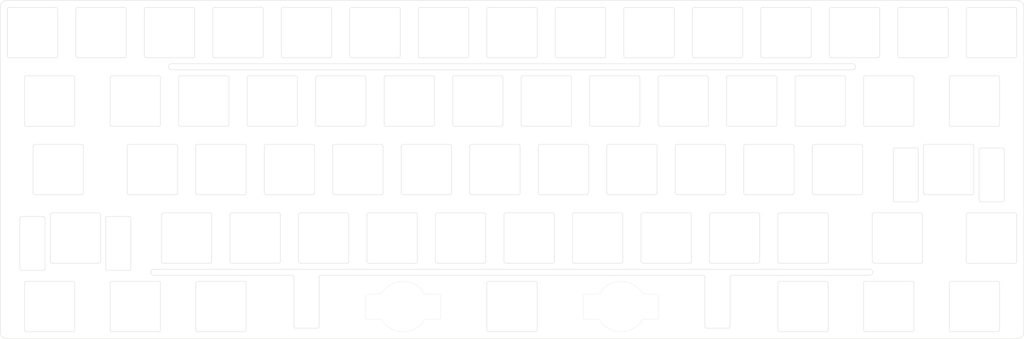
<source format=kicad_pcb>
(kicad_pcb
	(version 20240108)
	(generator "pcbnew")
	(generator_version "8.0")
	(general
		(thickness 1.6)
		(legacy_teardrops no)
	)
	(paper "A4")
	(layers
		(0 "F.Cu" signal)
		(31 "B.Cu" signal)
		(32 "B.Adhes" user "B.Adhesive")
		(33 "F.Adhes" user "F.Adhesive")
		(34 "B.Paste" user)
		(35 "F.Paste" user)
		(36 "B.SilkS" user "B.Silkscreen")
		(37 "F.SilkS" user "F.Silkscreen")
		(38 "B.Mask" user)
		(39 "F.Mask" user)
		(40 "Dwgs.User" user "User.Drawings")
		(41 "Cmts.User" user "User.Comments")
		(42 "Eco1.User" user "User.Eco1")
		(43 "Eco2.User" user "User.Eco2")
		(44 "Edge.Cuts" user)
		(45 "Margin" user)
		(46 "B.CrtYd" user "B.Courtyard")
		(47 "F.CrtYd" user "F.Courtyard")
		(48 "B.Fab" user)
		(49 "F.Fab" user)
	)
	(setup
		(stackup
			(layer "F.SilkS"
				(type "Top Silk Screen")
			)
			(layer "F.Paste"
				(type "Top Solder Paste")
			)
			(layer "F.Mask"
				(type "Top Solder Mask")
				(color "Green")
				(thickness 0.01)
			)
			(layer "F.Cu"
				(type "copper")
				(thickness 0.035)
			)
			(layer "dielectric 1"
				(type "core")
				(thickness 1.51)
				(material "FR4")
				(epsilon_r 4.5)
				(loss_tangent 0.02)
			)
			(layer "B.Cu"
				(type "copper")
				(thickness 0.035)
			)
			(layer "B.Mask"
				(type "Bottom Solder Mask")
				(color "Green")
				(thickness 0.01)
			)
			(layer "B.Paste"
				(type "Bottom Solder Paste")
			)
			(layer "B.SilkS"
				(type "Bottom Silk Screen")
			)
			(copper_finish "None")
			(dielectric_constraints no)
		)
		(pad_to_mask_clearance 0)
		(allow_soldermask_bridges_in_footprints no)
		(pcbplotparams
			(layerselection 0x00310fc_ffffffff)
			(plot_on_all_layers_selection 0x0000000_00000000)
			(disableapertmacros no)
			(usegerberextensions yes)
			(usegerberattributes no)
			(usegerberadvancedattributes no)
			(creategerberjobfile no)
			(dashed_line_dash_ratio 12.000000)
			(dashed_line_gap_ratio 3.000000)
			(svgprecision 6)
			(plotframeref no)
			(viasonmask no)
			(mode 1)
			(useauxorigin yes)
			(hpglpennumber 1)
			(hpglpenspeed 20)
			(hpglpendiameter 15.000000)
			(pdf_front_fp_property_popups yes)
			(pdf_back_fp_property_popups yes)
			(dxfpolygonmode yes)
			(dxfimperialunits yes)
			(dxfusepcbnewfont yes)
			(psnegative no)
			(psa4output no)
			(plotreference yes)
			(plotvalue yes)
			(plotfptext yes)
			(plotinvisibletext no)
			(sketchpadsonfab yes)
			(subtractmaskfromsilk yes)
			(outputformat 1)
			(mirror no)
			(drillshape 0)
			(scaleselection 1)
			(outputdirectory "Gerber/")
		)
	)
	(net 0 "")
	(gr_line
		(start 248.880758 42.125007)
		(end 248.880758 56.125007)
		(stroke
			(width 0.1)
			(type solid)
		)
		(layer "Edge.Cuts")
		(uuid "0014413b-5e14-45f5-acca-784e17063466")
	)
	(gr_line
		(start 283.225008 60.175007)
		(end 283.225008 73.175007)
		(stroke
			(width 0.1)
			(type solid)
		)
		(layer "Edge.Cuts")
		(uuid "001f02f8-badf-4a36-8e32-8f7c8d954f12")
	)
	(gr_arc
		(start 101.750008 21.575007)
		(mid 102.103561 21.721454)
		(end 102.250008 22.075007)
		(stroke
			(width 0.1)
			(type solid)
		)
		(layer "Edge.Cuts")
		(uuid "0028be27-1159-4dc4-a04b-2cccd95d57f9")
	)
	(gr_arc
		(start 23.168758 40.625007)
		(mid 23.522279 40.771471)
		(end 23.668758 41.125007)
		(stroke
			(width 0.1)
			(type solid)
		)
		(layer "Edge.Cuts")
		(uuid "003aeabd-0bee-4022-9647-5fe0ced4aea9")
	)
	(gr_arc
		(start 126.350008 22.075007)
		(mid 126.496455 21.721454)
		(end 126.850008 21.575007)
		(stroke
			(width 0.1)
			(type solid)
		)
		(layer "Edge.Cuts")
		(uuid "00e794c9-0474-4526-b58b-ee3face39c75")
	)
	(gr_arc
		(start 45.100008 92.225007)
		(mid 44.953561 92.57856)
		(end 44.600008 92.725007)
		(stroke
			(width 0.1)
			(type solid)
		)
		(layer "Edge.Cuts")
		(uuid "01499195-cb19-4641-9551-2230c7069475")
	)
	(gr_curve
		(pts
			(xy 106.762096 89.676601) (xy 108.020804 91.529804) (xy 110.140895 92.750007) (xy 112.550008 92.750007)
		)
		(stroke
			(width 0.05)
			(type solid)
		)
		(layer "Edge.Cuts")
		(uuid "01d5232f-1a2e-45b5-8f81-f9fb1b355dcb")
	)
	(gr_arc
		(start 159.687508 60.175007)
		(mid 159.833955 59.821454)
		(end 160.187508 59.675007)
		(stroke
			(width 0.1)
			(type solid)
		)
		(layer "Edge.Cuts")
		(uuid "02590d71-b2c4-45ce-bde5-c89dd82a1728")
	)
	(gr_arc
		(start 222.100008 35.575007)
		(mid 221.746455 35.42856)
		(end 221.600008 35.075007)
		(stroke
			(width 0.1)
			(type solid)
		)
		(layer "Edge.Cuts")
		(uuid "032a1c32-6a40-48a2-a1bc-91e2ca168157")
	)
	(gr_line
		(start 183.500008 22.075007)
		(end 183.500008 35.075007)
		(stroke
			(width 0.1)
			(type solid)
		)
		(layer "Edge.Cuts")
		(uuid "03c1f50a-cdf0-4628-9c61-d85b4713734c")
	)
	(gr_line
		(start 173.975008 3.025007)
		(end 173.975008 16.025007)
		(stroke
			(width 0.1)
			(type solid)
		)
		(layer "Edge.Cuts")
		(uuid "03ecc520-d106-4d13-adde-dd4da3e0bf1d")
	)
	(gr_line
		(start 192.737508 60.175007)
		(end 192.737508 73.175007)
		(stroke
			(width 0.1)
			(type solid)
		)
		(layer "Edge.Cuts")
		(uuid "041b0c86-67e3-45b5-b774-c3ba656f7e59")
	)
	(gr_arc
		(start 202.262508 54.125007)
		(mid 202.116061 54.47856)
		(end 201.762508 54.625007)
		(stroke
			(width 0.1)
			(type solid)
		)
		(layer "Edge.Cuts")
		(uuid "04c94eca-dffe-4531-8e99-4f01e301d311")
	)
	(gr_arc
		(start 140.350008 35.075007)
		(mid 140.203561 35.42856)
		(end 139.850008 35.575007)
		(stroke
			(width 0.1)
			(type solid)
		)
		(layer "Edge.Cuts")
		(uuid "0521687e-6ce5-42a3-bb51-bac362c57b4f")
	)
	(gr_arc
		(start 69.200008 22.075007)
		(mid 69.346455 21.721454)
		(end 69.700008 21.575007)
		(stroke
			(width 0.1)
			(type solid)
		)
		(layer "Edge.Cuts")
		(uuid "06e088a0-efee-4c21-aabb-9ca4da3565de")
	)
	(gr_arc
		(start 182.712508 40.625007)
		(mid 183.066061 40.771454)
		(end 183.212508 41.125007)
		(stroke
			(width 0.1)
			(type solid)
		)
		(layer "Edge.Cuts")
		(uuid "074499ed-61de-42a3-8500-db04219bd892")
	)
	(gr_arc
		(start 216.837508 60.175007)
		(mid 216.983955 59.821454)
		(end 217.337508 59.675007)
		(stroke
			(width 0.1)
			(type solid)
		)
		(layer "Edge.Cuts")
		(uuid "07607f53-1ece-4eef-bbfe-8090a7e550c4")
	)
	(gr_arc
		(start 5.993258 61.175007)
		(mid 6.139705 60.821454)
		(end 6.493258 60.675007)
		(stroke
			(width 0.1)
			(type solid)
		)
		(layer "Edge.Cuts")
		(uuid "0779294a-0a59-4983-9f3b-cee35573983c")
	)
	(gr_line
		(start 93.512508 40.625007)
		(end 106.512508 40.625007)
		(stroke
			(width 0.1)
			(type solid)
		)
		(layer "Edge.Cuts")
		(uuid "07a56736-62e5-4488-9abd-8898cea9f406")
	)
	(gr_arc
		(start 130.325008 2.525007)
		(mid 130.678561 2.671454)
		(end 130.825008 3.025007)
		(stroke
			(width 0.1)
			(type solid)
		)
		(layer "Edge.Cuts")
		(uuid "081752e7-d652-4dff-9b60-0f998c940419")
	)
	(gr_arc
		(start 102.250008 35.075007)
		(mid 102.103561 35.42856)
		(end 101.750008 35.575007)
		(stroke
			(width 0.1)
			(type solid)
		)
		(layer "Edge.Cuts")
		(uuid "084e5151-f47e-4b01-926c-d537d3f83386")
	)
	(gr_line
		(start 55.412508 54.625007)
		(end 68.412508 54.625007)
		(stroke
			(width 0.1)
			(type solid)
		)
		(layer "Edge.Cuts")
		(uuid "08cea3bd-d4d1-42af-aba2-9d77d16f35da")
	)
	(gr_arc
		(start 230.837508 92.225007)
		(mid 230.691061 92.57856)
		(end 230.337508 92.725007)
		(stroke
			(width 0.1)
			(type solid)
		)
		(layer "Edge.Cuts")
		(uuid "0905d911-2b3f-489d-a70a-d00bd5321d2c")
	)
	(gr_line
		(start 245.125008 3.025007)
		(end 245.125008 16.025007)
		(stroke
			(width 0.1)
			(type solid)
		)
		(layer "Edge.Cuts")
		(uuid "099b2e9c-59be-4524-bab5-2b5ad3d300cf")
	)
	(gr_arc
		(start 126.062508 54.125007)
		(mid 125.916061 54.47856)
		(end 125.562508 54.625007)
		(stroke
			(width 0.1)
			(type solid)
		)
		(layer "Edge.Cuts")
		(uuid "0a31ecba-02e4-4f23-81e5-691b36bd07d5")
	)
	(gr_line
		(start 222.100008 35.575007)
		(end 235.100008 35.575007)
		(stroke
			(width 0.1)
			(type solid)
		)
		(layer "Edge.Cuts")
		(uuid "0a3ed136-c39a-4b75-99c4-18d724e88a11")
	)
	(gr_arc
		(start 230.337508 78.725007)
		(mid 230.691061 78.871454)
		(end 230.837508 79.225007)
		(stroke
			(width 0.1)
			(type solid)
		)
		(layer "Edge.Cuts")
		(uuid "0a6f546e-ea5a-4540-8539-c1cfe7b77e64")
	)
	(gr_arc
		(start 217.337508 92.725007)
		(mid 216.983955 92.57856)
		(end 216.837508 92.225007)
		(stroke
			(width 0.1)
			(type solid)
		)
		(layer "Edge.Cuts")
		(uuid "0b39b8d2-28ef-422e-8fea-f0d6f3aa8df5")
	)
	(gr_curve
		(pts
			(xy 106.762336 81.82305) (xy 106.579371 82.092397) (xy 106.272241 82.250002) (xy 105.946628 82.250002)
		)
		(stroke
			(width 0.05)
			(type solid)
		)
		(layer "Edge.Cuts")
		(uuid "0b669807-c1fd-4c2c-b4a4-9773b70fb780")
	)
	(gr_arc
		(start 96.987508 59.675007)
		(mid 97.341061 59.821454)
		(end 97.487508 60.175007)
		(stroke
			(width 0.1)
			(type solid)
		)
		(layer "Edge.Cuts")
		(uuid "0bd56769-5542-46c0-b796-ab494034601a")
	)
	(gr_line
		(start 243.531258 59.675007)
		(end 256.531258 59.675007)
		(stroke
			(width 0.1)
			(type solid)
		)
		(layer "Edge.Cuts")
		(uuid "0bf3362b-62ea-4543-b870-4bfc094f81d2")
	)
	(gr_arc
		(start 12.493258 60.675007)
		(mid 12.846779 60.821471)
		(end 12.993258 61.175007)
		(stroke
			(width 0.1)
			(type solid)
		)
		(layer "Edge.Cuts")
		(uuid "0cd3731f-65df-4c18-ab01-06b4e309aa40")
	)
	(gr_line
		(start 241.150008 21.575007)
		(end 254.150008 21.575007)
		(stroke
			(width 0.1)
			(type solid)
		)
		(layer "Edge.Cuts")
		(uuid "0e92c32b-94a5-46fd-a1b9-f64bc16b15cc")
	)
	(gr_line
		(start 50.650008 35.575007)
		(end 63.650008 35.575007)
		(stroke
			(width 0.1)
			(type solid)
		)
		(layer "Edge.Cuts")
		(uuid "0e9b5027-d0c9-4a78-bc5e-8a4bce28454b")
	)
	(gr_arc
		(start 193.025008 3.025007)
		(mid 193.171455 2.671454)
		(end 193.525008 2.525007)
		(stroke
			(width 0.1)
			(type solid)
		)
		(layer "Edge.Cuts")
		(uuid "0ef47e98-8d83-44ab-aff3-2624ce5c56ec")
	)
	(gr_line
		(start 264.962508 21.575007)
		(end 277.962508 21.575007)
		(stroke
			(width 0.1)
			(type solid)
		)
		(layer "Edge.Cuts")
		(uuid "0f656477-8f53-4452-87eb-360841a8c5d0")
	)
	(gr_arc
		(start 188.262508 41.125007)
		(mid 188.408955 40.771454)
		(end 188.762508 40.625007)
		(stroke
			(width 0.1)
			(type solid)
		)
		(layer "Edge.Cuts")
		(uuid "0f8a8d08-0f5a-4e15-bc2d-52f2abbaaf91")
	)
	(gr_line
		(start 255.880758 42.125007)
		(end 255.880758 56.125007)
		(stroke
			(width 0.1)
			(type solid)
		)
		(layer "Edge.Cuts")
		(uuid "0f9e56f1-2989-40e1-940d-61e154136ada")
	)
	(gr_line
		(start 285.225 92.725)
		(end 285.225 2.525)
		(locked yes)
		(stroke
			(width 0.1)
			(type solid)
		)
		(layer "Edge.Cuts")
		(uuid "1029ea1d-00eb-43c8-9c82-c056004d01ff")
	)
	(gr_curve
		(pts
			(xy 119.153978 82.250002) (xy 118.827994 82.250002) (xy 118.520544 82.092199) (xy 118.337349 81.822561)
		)
		(stroke
			(width 0.05)
			(type solid)
		)
		(layer "Edge.Cuts")
		(uuid "1064029f-95e2-416f-a55a-4fcbaa311435")
	)
	(gr_arc
		(start 64.150008 35.075007)
		(mid 64.003561 35.42856)
		(end 63.650008 35.575007)
		(stroke
			(width 0.1)
			(type solid)
		)
		(layer "Edge.Cuts")
		(uuid "109f7dc1-53eb-45d7-9ecc-010455d09846")
	)
	(gr_arc
		(start 231.125008 3.025007)
		(mid 231.271455 2.671454)
		(end 231.625008 2.525007)
		(stroke
			(width 0.1)
			(type solid)
		)
		(layer "Edge.Cuts")
		(uuid "10f0ee46-3bb4-4506-8c62-281fb2d2be8c")
	)
	(gr_line
		(start 35.575008 3.025007)
		(end 35.575008 16.025007)
		(stroke
			(width 0.1)
			(type solid)
		)
		(layer "Edge.Cuts")
		(uuid "1103a35c-6be6-428e-9b60-d8517d4902f1")
	)
	(gr_arc
		(start 198.287508 73.675007)
		(mid 197.933955 73.52856)
		(end 197.787508 73.175007)
		(stroke
			(width 0.1)
			(type solid)
		)
		(layer "Edge.Cuts")
		(uuid "11363897-4ddd-4e82-9ddc-cd7acd2c3644")
	)
	(gr_arc
		(start 241.150008 35.575007)
		(mid 240.796455 35.42856)
		(end 240.650008 35.075007)
		(stroke
			(width 0.1)
			(type solid)
		)
		(layer "Edge.Cuts")
		(uuid "114ff962-39c4-43d1-b55f-fd49665f5bdf")
	)
	(gr_line
		(start 2.525008 3.025007)
		(end 2.525008 16.025007)
		(stroke
			(width 0.1)
			(type solid)
		)
		(layer "Edge.Cuts")
		(uuid "116adf85-54ba-40f4-9d99-078c64f2674f")
	)
	(gr_line
		(start 55.412508 78.725007)
		(end 68.412508 78.725007)
		(stroke
			(width 0.1)
			(type solid)
		)
		(layer "Edge.Cuts")
		(uuid "11b4e6d4-1b4e-4dc8-b80d-22770ef7e396")
	)
	(gr_line
		(start 12.993258 61.175007)
		(end 12.993258 75.175007)
		(stroke
			(width 0.1)
			(type solid)
		)
		(layer "Edge.Cuts")
		(uuid "11ff17e8-5f13-4f60-9337-815289800950")
	)
	(gr_arc
		(start 64.437508 60.175007)
		(mid 64.583955 59.821454)
		(end 64.937508 59.675007)
		(stroke
			(width 0.1)
			(type solid)
		)
		(layer "Edge.Cuts")
		(uuid "1391763c-edf3-4e4f-82b0-be5a0099f7cf")
	)
	(gr_line
		(start 254.650008 22.075007)
		(end 254.650008 35.075007)
		(stroke
			(width 0.1)
			(type solid)
		)
		(layer "Edge.Cuts")
		(uuid "13ad76a6-9cdf-433d-b017-84c28216223b")
	)
	(gr_line
		(start 226.362508 41.125007)
		(end 226.362508 54.125007)
		(stroke
			(width 0.1)
			(type solid)
		)
		(layer "Edge.Cuts")
		(uuid "145cd8f9-6423-44df-8a43-f9b12b5accd0")
	)
	(gr_arc
		(start 7.287508 79.225007)
		(mid 7.433955 78.871454)
		(end 7.787508 78.725007)
		(stroke
			(width 0.1)
			(type solid)
		)
		(layer "Edge.Cuts")
		(uuid "15347f4b-d5ad-4f3d-bd30-8eb6fd0dbfca")
	)
	(gr_line
		(start 242.341875 77.05)
		(end 204.025008 77.05)
		(stroke
			(width 0.1)
			(type solid)
		)
		(layer "Edge.Cuts")
		(uuid "165d721c-bc32-42c4-8fae-9288b1941eb6")
	)
	(gr_arc
		(start 60.175008 16.525007)
		(mid 59.821455 16.37856)
		(end 59.675008 16.025007)
		(stroke
			(width 0.1)
			(type solid)
		)
		(layer "Edge.Cuts")
		(uuid "1672c93e-6587-4487-9818-12dba4c06df7")
	)
	(gr_line
		(start 93.512508 54.625007)
		(end 106.512508 54.625007)
		(stroke
			(width 0.1)
			(type solid)
		)
		(layer "Edge.Cuts")
		(uuid "16e4b502-6b06-4470-ac89-06d5852a47dd")
	)
	(gr_line
		(start 230.837508 60.175007)
		(end 230.837508 73.175007)
		(stroke
			(width 0.1)
			(type solid)
		)
		(layer "Edge.Cuts")
		(uuid "1844041d-3489-4b89-ab83-3a2bdbcdd733")
	)
	(gr_arc
		(start 243.531258 73.675007)
		(mid 243.177737 73.528543)
		(end 243.031258 73.175007)
		(stroke
			(width 0.1)
			(type solid)
		)
		(layer "Edge.Cuts")
		(uuid "18477671-4a14-4b5a-9933-6b42ea3d45f1")
	)
	(gr_arc
		(start 272.756758 42.125007)
		(mid 272.903202 41.771436)
		(end 273.256758 41.625007)
		(stroke
			(width 0.1)
			(type solid)
		)
		(layer "Edge.Cuts")
		(uuid "188118fc-dfe3-47ae-9e7a-75894a8750e2")
	)
	(gr_arc
		(start 154.637508 73.175007)
		(mid 154.491061 73.52856)
		(end 154.137508 73.675007)
		(stroke
			(width 0.1)
			(type solid)
		)
		(layer "Edge.Cuts")
		(uuid "1a6fff15-11fa-4bc7-b9df-eb9d138c7d70")
	)
	(gr_arc
		(start 279.256758 41.625007)
		(mid 279.610279 41.771471)
		(end 279.756758 42.125007)
		(stroke
			(width 0.1)
			(type solid)
		)
		(layer "Edge.Cuts")
		(uuid "1b4e6f52-aefe-4683-9ba5-67d87943c627")
	)
	(gr_arc
		(start 169.212508 41.125007)
		(mid 169.358955 40.771454)
		(end 169.712508 40.625007)
		(stroke
			(width 0.1)
			(type solid)
		)
		(layer "Edge.Cuts")
		(uuid "1c43fa15-0f1d-43a1-8d8c-8997fb1303a7")
	)
	(gr_arc
		(start 36.369258 60.675007)
		(mid 36.722779 60.821471)
		(end 36.869258 61.175007)
		(stroke
			(width 0.1)
			(type solid)
		)
		(layer "Edge.Cuts")
		(uuid "1cc5ee6b-b78f-46e0-a46f-25597d5623a5")
	)
	(gr_line
		(start 64.437508 60.175007)
		(end 64.437508 73.175007)
		(stroke
			(width 0.1)
			(type solid)
		)
		(layer "Edge.Cuts")
		(uuid "1cc8c21f-fc27-44cf-bfc0-1b72728c0ea0")
	)
	(gr_line
		(start 10.168758 54.625007)
		(end 23.168758 54.625007)
		(stroke
			(width 0.1)
			(type solid)
		)
		(layer "Edge.Cuts")
		(uuid "1cfb45a4-aade-4947-98ab-433d352e3b5e")
	)
	(gr_arc
		(start 50.650008 35.575007)
		(mid 50.296455 35.42856)
		(end 50.150008 35.075007)
		(stroke
			(width 0.1)
			(type solid)
		)
		(layer "Edge.Cuts")
		(uuid "1d6a8d00-6257-4078-a939-f9dbcd526446")
	)
	(gr_line
		(start 216.837508 79.225007)
		(end 216.837508 92.225007)
		(stroke
			(width 0.1)
			(type solid)
		)
		(layer "Edge.Cuts")
		(uuid "1d9115aa-3443-4ff6-9919-893d5627e35f")
	)
	(gr_line
		(start 155.425008 16.525007)
		(end 168.425008 16.525007)
		(stroke
			(width 0.1)
			(type solid)
		)
		(layer "Edge.Cuts")
		(uuid "1dd7a401-245d-4045-90b1-f8b5f6cc4ec7")
	)
	(gr_arc
		(start 78.437508 73.175007)
		(mid 78.291061 73.52856)
		(end 77.937508 73.675007)
		(stroke
			(width 0.1)
			(type solid)
		)
		(layer "Edge.Cuts")
		(uuid "1df4e13f-844d-4171-8faf-81f776fc67da")
	)
	(gr_arc
		(start 89.225008 91.225007)
		(mid 89.078561 91.57856)
		(end 88.725008 91.725007)
		(stroke
			(width 0.1)
			(type solid)
		)
		(layer "Edge.Cuts")
		(uuid "1e0c7410-ac89-439d-b04a-2f8cd79eca25")
	)
	(gr_arc
		(start 168.425008 2.525007)
		(mid 168.778561 2.671454)
		(end 168.925008 3.025007)
		(stroke
			(width 0.1)
			(type solid)
		)
		(layer "Edge.Cuts")
		(uuid "1e7406ff-b7ae-43a8-8b2f-356cb899becf")
	)
	(gr_arc
		(start 203.050008 35.575007)
		(mid 202.696455 35.42856)
		(end 202.550008 35.075007)
		(stroke
			(width 0.1)
			(type solid)
		)
		(layer "Edge.Cuts")
		(uuid "1f81dafe-d1ae-4f95-9d7b-776c3bd0cdb5")
	)
	(gr_arc
		(start 255.880758 56.125007)
		(mid 255.734314 56.478578)
		(end 255.380758 56.625007)
		(stroke
			(width 0.1)
			(type solid)
		)
		(layer "Edge.Cuts")
		(uuid "1fd21fcb-1ba1-4370-ad97-630f8153f27f")
	)
	(gr_arc
		(start 150.662508 54.625007)
		(mid 150.308955 54.47856)
		(end 150.162508 54.125007)
		(stroke
			(width 0.1)
			(type solid)
		)
		(layer "Edge.Cuts")
		(uuid "1fd7ee77-d307-4be8-8910-1d23646852a3")
	)
	(gr_arc
		(start 35.575008 16.025007)
		(mid 35.428561 16.37856)
		(end 35.075008 16.525007)
		(stroke
			(width 0.1)
			(type solid)
		)
		(layer "Edge.Cuts")
		(uuid "201f8ea4-b800-4152-8e46-b24f962344be")
	)
	(gr_arc
		(start 158.900008 21.575007)
		(mid 159.253561 21.721454)
		(end 159.400008 22.075007)
		(stroke
			(width 0.1)
			(type solid)
		)
		(layer "Edge.Cuts")
		(uuid "20636612-8316-4b05-b9e0-501520cafb6b")
	)
	(gr_arc
		(start 230.337508 59.675007)
		(mid 230.691061 59.821454)
		(end 230.837508 60.175007)
		(stroke
			(width 0.1)
			(type solid)
		)
		(layer "Edge.Cuts")
		(uuid "2066e71d-1162-4012-8edf-1c0e9705b4bc")
	)
	(gr_line
		(start 273.256758 41.625007)
		(end 279.256758 41.625007)
		(stroke
			(width 0.1)
			(type solid)
		)
		(layer "Edge.Cuts")
		(uuid "216147ab-8fd5-46c0-b9f2-8911a50e4d0d")
	)
	(gr_line
		(start 163.199262 89.250005)
		(end 166.597057 89.250005)
		(stroke
			(width 0.05)
			(type solid)
		)
		(layer "Edge.Cuts")
		(uuid "226dfa28-e500-4fa2-bc92-2c96f8645cb3")
	)
	(gr_arc
		(start 240.362508 54.125007)
		(mid 240.216061 54.47856)
		(end 239.862508 54.625007)
		(stroke
			(width 0.1)
			(type solid)
		)
		(layer "Edge.Cuts")
		(uuid "22fa40f0-04ff-4c30-b63e-71e4fb6c2423")
	)
	(gr_line
		(start 196.525008 77.550007)
		(end 196.525008 91.225007)
		(stroke
			(width 0.1)
			(type solid)
		)
		(layer "Edge.Cuts")
		(uuid "236a2cc2-dfb7-4723-bd96-b5800b7e6e83")
	)
	(gr_arc
		(start 79.225008 16.525007)
		(mid 78.871455 16.37856)
		(end 78.725008 16.025007)
		(stroke
			(width 0.1)
			(type solid)
		)
		(layer "Edge.Cuts")
		(uuid "252406b9-d92d-4ddb-85b8-e8135031ee6a")
	)
	(gr_line
		(start 9.668758 41.125007)
		(end 9.668758 54.125007)
		(stroke
			(width 0.1)
			(type solid)
		)
		(layer "Edge.Cuts")
		(uuid "258b283e-a22e-432b-aa21-fa46070e286a")
	)
	(gr_arc
		(start 82.700008 21.575007)
		(mid 83.053561 21.721454)
		(end 83.200008 22.075007)
		(stroke
			(width 0.1)
			(type solid)
		)
		(layer "Edge.Cuts")
		(uuid "25ed145c-95e8-4656-bd7c-326d3cb30225")
	)
	(gr_arc
		(start 87.962508 54.125007)
		(mid 87.816061 54.47856)
		(end 87.462508 54.625007)
		(stroke
			(width 0.1)
			(type solid)
		)
		(layer "Edge.Cuts")
		(uuid "268d9a3f-0ff7-400e-8f2a-9cc06392962d")
	)
	(gr_line
		(start 188.262508 41.125007)
		(end 188.262508 54.125007)
		(stroke
			(width 0.1)
			(type solid)
		)
		(layer "Edge.Cuts")
		(uuid "26c3c6da-c92a-4ecd-b257-63979d61360f")
	)
	(gr_line
		(start 231.625008 2.525007)
		(end 244.625008 2.525007)
		(stroke
			(width 0.1)
			(type solid)
		)
		(layer "Edge.Cuts")
		(uuid "289529bf-d9ec-4410-a711-3a0bf6485097")
	)
	(gr_line
		(start 257.818758 40.625007)
		(end 270.818758 40.625007)
		(stroke
			(width 0.1)
			(type solid)
		)
		(layer "Edge.Cuts")
		(uuid "28cfafb4-5963-4e42-a265-fd4b7eba1c20")
	)
	(gr_arc
		(start 174.475008 16.525007)
		(mid 174.121455 16.37856)
		(end 173.975008 16.025007)
		(stroke
			(width 0.1)
			(type solid)
		)
		(layer "Edge.Cuts")
		(uuid "28eda2af-01c1-457b-b5d5-e49c3bff6feb")
	)
	(gr_arc
		(start 187.975008 16.025007)
		(mid 187.828561 16.37856)
		(end 187.475008 16.525007)
		(stroke
			(width 0.1)
			(type solid)
		)
		(layer "Edge.Cuts")
		(uuid "29b3ecd0-6072-4f25-b82c-59b22741541b")
	)
	(gr_curve
		(pts
			(xy 166.597057 89.250005) (xy 166.922402 89.250005) (xy 167.229298 89.407466) (xy 167.412096 89.676601)
		)
		(stroke
			(width 0.05)
			(type solid)
		)
		(layer "Edge.Cuts")
		(uuid "29c555a1-6684-4319-aaaa-ee6beb29e2a7")
	)
	(gr_line
		(start 196.025008 77.05)
		(end 89.725008 77.05)
		(stroke
			(width 0.1)
			(type solid)
		)
		(layer "Edge.Cuts")
		(uuid "29f02578-8c47-4223-b4e0-c4128db56408")
	)
	(gr_line
		(start 136.375008 2.525007)
		(end 149.375008 2.525007)
		(stroke
			(width 0.1)
			(type solid)
		)
		(layer "Edge.Cuts")
		(uuid "2a25febf-a3da-46ad-b34f-162d8e6a5cdb")
	)
	(gr_arc
		(start 173.975008 3.025007)
		(mid 174.121455 2.671454)
		(end 174.475008 2.525007)
		(stroke
			(width 0.1)
			(type solid)
		)
		(layer "Edge.Cuts")
		(uuid "2a30258f-8aaf-4330-9a80-792375d7ec69")
	)
	(gr_arc
		(start 264.175008 16.025007)
		(mid 264.028561 16.37856)
		(end 263.675008 16.525007)
		(stroke
			(width 0.1)
			(type solid)
		)
		(layer "Edge.Cuts")
		(uuid "2a6fd1d3-c7be-46dc-8cca-6c3995f8b91f")
	)
	(gr_arc
		(start 197.000008 21.575007)
		(mid 197.353561 21.721454)
		(end 197.500008 22.075007)
		(stroke
			(width 0.1)
			(type solid)
		)
		(layer "Edge.Cuts")
		(uuid "2a90df80-12ed-4be9-a1a7-d3c3f8e9a420")
	)
	(gr_arc
		(start 279.756758 56.125007)
		(mid 279.610314 56.478578)
		(end 279.256758 56.625007)
		(stroke
			(width 0.1)
			(type solid)
		)
		(layer "Edge.Cuts")
		(uuid "2aac1021-2e51-487c-b381-d934c24f1cf0")
	)
	(gr_line
		(start 69.700008 21.575007)
		(end 82.700008 21.575007)
		(stroke
			(width 0.1)
			(type solid)
		)
		(layer "Edge.Cuts")
		(uuid "2ae394bb-139f-4c6b-b620-5b1e32011d37")
	)
	(gr_line
		(start 269.725008 2.525007)
		(end 282.725008 2.525007)
		(stroke
			(width 0.1)
			(type solid)
		)
		(layer "Edge.Cuts")
		(uuid "2af12cea-71f8-4cb7-92ca-f1dedd3d91b7")
	)
	(gr_line
		(start 14.931258 73.675007)
		(end 27.931258 73.675007)
		(stroke
			(width 0.1)
			(type solid)
		)
		(layer "Edge.Cuts")
		(uuid "2b262c4a-5c92-4343-bc4a-3b7dc334adba")
	)
	(gr_line
		(start 93.012508 41.125007)
		(end 93.012508 54.125007)
		(stroke
			(width 0.1)
			(type solid)
		)
		(layer "Edge.Cuts")
		(uuid "2b677125-3482-4ec9-a656-52ef5bcb3e64")
	)
	(gr_arc
		(start 131.612508 54.625007)
		(mid 131.258955 54.47856)
		(end 131.112508 54.125007)
		(stroke
			(width 0.1)
			(type solid)
		)
		(layer "Edge.Cuts")
		(uuid "2bae64ba-c4c9-4c3c-ab1a-1c6c4675dc33")
	)
	(gr_arc
		(start 184.000008 35.575007)
		(mid 183.646455 35.42856)
		(end 183.500008 35.075007)
		(stroke
			(width 0.1)
			(type solid)
		)
		(layer "Edge.Cuts")
		(uuid "2bf0dac9-abb9-4f0d-a43d-a73c282fd913")
	)
	(gr_curve
		(pts
			(xy 163.199283 82.250002) (xy 162.923538 82.250002) (xy 162.700003 82.473537) (xy 162.700003 82.749282)
		)
		(stroke
			(width 0.05)
			(type solid)
		)
		(layer "Edge.Cuts")
		(uuid "2d02493a-7299-43aa-a5b3-6e968691cc03")
	)
	(gr_line
		(start 36.362508 54.625007)
		(end 49.362508 54.625007)
		(stroke
			(width 0.1)
			(type solid)
		)
		(layer "Edge.Cuts")
		(uuid "2e0bff97-6c97-4257-8f43-4fb256a07453")
	)
	(gr_arc
		(start 112.562508 54.625007)
		(mid 112.208955 54.47856)
		(end 112.062508 54.125007)
		(stroke
			(width 0.1)
			(type solid)
		)
		(layer "Edge.Cuts")
		(uuid "2e3fdda2-897d-4d60-b846-e5edd3699842")
	)
	(gr_line
		(start 217.337508 59.675007)
		(end 230.337508 59.675007)
		(stroke
			(width 0.1)
			(type solid)
		)
		(layer "Edge.Cuts")
		(uuid "2e425660-4ec3-4baf-8eda-20ff468f11ce")
	)
	(gr_line
		(start 49.862508 41.125007)
		(end 49.862508 54.125007)
		(stroke
			(width 0.1)
			(type solid)
		)
		(layer "Edge.Cuts")
		(uuid "2e7db7ce-1166-4c4a-bace-5602b1dcb7ec")
	)
	(gr_line
		(start 164.162508 41.125007)
		(end 164.162508 54.125007)
		(stroke
			(width 0.1)
			(type solid)
		)
		(layer "Edge.Cuts")
		(uuid "2eedd4df-c1f5-462c-b6ca-bc7657d564e2")
	)
	(gr_line
		(start 241.150008 78.725007)
		(end 254.150008 78.725007)
		(stroke
			(width 0.1)
			(type solid)
		)
		(layer "Edge.Cuts")
		(uuid "2f86cada-ca27-418b-a2a6-41d9b886b956")
	)
	(gr_arc
		(start 254.150008 78.725007)
		(mid 254.503561 78.871454)
		(end 254.650008 79.225007)
		(stroke
			(width 0.1)
			(type solid)
		)
		(layer "Edge.Cuts")
		(uuid "30e4dbb5-5888-4cae-b856-a911bf91a7c8")
	)
	(gr_curve
		(pts
			(xy 122.550754 89.250005) (xy 122.826487 89.250005) (xy 123.050013 89.02648) (xy 123.050013 88.750746)
		)
		(stroke
			(width 0.05)
			(type solid)
		)
		(layer "Edge.Cuts")
		(uuid "315c148c-4e4f-4fdf-9fb7-643dc6287d7b")
	)
	(gr_arc
		(start 139.850008 21.575007)
		(mid 140.203561 21.721454)
		(end 140.350008 22.075007)
		(stroke
			(width 0.1)
			(type solid)
		)
		(layer "Edge.Cuts")
		(uuid "317809f8-8e97-461d-b104-fe23d1dd6952")
	)
	(gr_arc
		(start 278.462508 35.075007)
		(mid 278.316061 35.42856)
		(end 277.962508 35.575007)
		(stroke
			(width 0.1)
			(type solid)
		)
		(layer "Edge.Cuts")
		(uuid "31ce2858-8784-45d2-bbfb-eb1688ce9a84")
	)
	(gr_line
		(start 197.025008 91.725007)
		(end 203.025008 91.725007)
		(stroke
			(width 0.1)
			(type solid)
		)
		(layer "Edge.Cuts")
		(uuid "3216ff14-adbd-4449-bc92-a1ec8d4cbfe6")
	)
	(gr_line
		(start 264.462508 79.225007)
		(end 264.462508 92.225007)
		(stroke
			(width 0.1)
			(type solid)
		)
		(layer "Edge.Cuts")
		(uuid "32498be5-46e9-4fdf-ae81-22c1cb87e298")
	)
	(gr_line
		(start 283.225008 3.025007)
		(end 283.225008 16.025007)
		(stroke
			(width 0.1)
			(type solid)
		)
		(layer "Edge.Cuts")
		(uuid "32b6f55f-670e-4a02-b42a-e8edb7d6eb60")
	)
	(gr_line
		(start 45.100008 22.075007)
		(end 45.100008 35.075007)
		(stroke
			(width 0.1)
			(type solid)
		)
		(layer "Edge.Cuts")
		(uuid "32f36dcb-bfee-40f1-aa54-0efa3233b380")
	)
	(gr_line
		(start 159.400008 22.075007)
		(end 159.400008 35.075007)
		(stroke
			(width 0.1)
			(type solid)
		)
		(layer "Edge.Cuts")
		(uuid "32fe77dd-0e84-4bc3-af79-39235728cffb")
	)
	(gr_line
		(start 188.762508 54.625007)
		(end 201.762508 54.625007)
		(stroke
			(width 0.1)
			(type solid)
		)
		(layer "Edge.Cuts")
		(uuid "3303e9d9-e1bf-4e93-931b-dee1037d3cf4")
	)
	(gr_line
		(start 140.350008 22.075007)
		(end 140.350008 35.075007)
		(stroke
			(width 0.1)
			(type solid)
		)
		(layer "Edge.Cuts")
		(uuid "33ec3ada-ec37-4111-b18b-6b727c66f637")
	)
	(gr_line
		(start 164.450008 22.075007)
		(end 164.450008 35.075007)
		(stroke
			(width 0.1)
			(type solid)
		)
		(layer "Edge.Cuts")
		(uuid "33fe6fe0-b529-4710-86a8-01944c5f5db9")
	)
	(gr_arc
		(start 98.275008 16.525007)
		(mid 97.921455 16.37856)
		(end 97.775008 16.025007)
		(stroke
			(width 0.1)
			(type solid)
		)
		(layer "Edge.Cuts")
		(uuid "35e40349-968f-4538-8f20-fe5e38f506c4")
	)
	(gr_line
		(start 98.275008 16.525007)
		(end 111.275008 16.525007)
		(stroke
			(width 0.1)
			(type solid)
		)
		(layer "Edge.Cuts")
		(uuid "35e6dc0f-7821-4e31-89ae-3f0fbe7eb497")
	)
	(gr_line
		(start 203.525008 77.550007)
		(end 203.525008 91.225007)
		(stroke
			(width 0.1)
			(type solid)
		)
		(layer "Edge.Cuts")
		(uuid "364ceaef-c14b-4099-9aa2-38d8e3ba41aa")
	)
	(gr_line
		(start 240.650008 79.225007)
		(end 240.650008 92.225007)
		(stroke
			(width 0.1)
			(type solid)
		)
		(layer "Edge.Cuts")
		(uuid "3652acfc-cb15-4f76-a9bc-241e7cff3f78")
	)
	(gr_line
		(start 122.087508 59.675007)
		(end 135.087508 59.675007)
		(stroke
			(width 0.1)
			(type solid)
		)
		(layer "Edge.Cuts")
		(uuid "3672d9d6-3e86-4e22-bc26-454a72e71407")
	)
	(gr_arc
		(start 121.300008 35.075007)
		(mid 121.153561 35.42856)
		(end 120.800008 35.575007)
		(stroke
			(width 0.1)
			(type solid)
		)
		(layer "Edge.Cuts")
		(uuid "36e8a40d-56dd-4172-b5b1-2a06baab3e20")
	)
	(gr_line
		(start 250.675008 2.525007)
		(end 263.675008 2.525007)
		(stroke
			(width 0.1)
			(type solid)
		)
		(layer "Edge.Cuts")
		(uuid "37e289ce-7b72-40c8-9450-7bb152d77c56")
	)
	(gr_line
		(start 149.875008 3.025007)
		(end 149.875008 16.025007)
		(stroke
			(width 0.1)
			(type solid)
		)
		(layer "Edge.Cuts")
		(uuid "384a46a2-5abb-49c8-8c0e-0ff42aed85ad")
	)
	(gr_line
		(start 107.012508 41.125007)
		(end 107.012508 54.125007)
		(stroke
			(width 0.1)
			(type solid)
		)
		(layer "Edge.Cuts")
		(uuid "38b520cd-38d7-4110-bce4-93e4a7cf3750")
	)
	(gr_line
		(start 145.900008 21.575007)
		(end 158.900008 21.575007)
		(stroke
			(width 0.1)
			(type solid)
		)
		(layer "Edge.Cuts")
		(uuid "39131a3b-7edb-48a5-a559-34c0f2a5a310")
	)
	(gr_arc
		(start 45.100008 35.075007)
		(mid 44.953561 35.42856)
		(end 44.600008 35.575007)
		(stroke
			(width 0.1)
			(type solid)
		)
		(layer "Edge.Cuts")
		(uuid "39bf646a-4c99-40fa-9420-b116f7f979bf")
	)
	(gr_line
		(start 7.287508 79.225007)
		(end 7.287508 92.225007)
		(stroke
			(width 0.1)
			(type solid)
		)
		(layer "Edge.Cuts")
		(uuid "39f95ab5-9d66-479e-879b-8df6d2745948")
	)
	(gr_line
		(start 212.075008 3.025007)
		(end 212.075008 16.025007)
		(stroke
			(width 0.1)
			(type solid)
		)
		(layer "Edge.Cuts")
		(uuid "3a411258-2174-451c-b3f0-39835edb5804")
	)
	(gr_arc
		(start 122.087508 73.675007)
		(mid 121.733955 73.52856)
		(end 121.587508 73.175007)
		(stroke
			(width 0.1)
			(type solid)
		)
		(layer "Edge.Cuts")
		(uuid "3a54eedb-7bcc-4419-abe6-f1c0497cbce8")
	)
	(gr_line
		(start 271.318758 41.125007)
		(end 271.318758 54.125007)
		(stroke
			(width 0.1)
			(type solid)
		)
		(layer "Edge.Cuts")
		(uuid "3b789d04-9adc-4ebe-b511-ce41316e22e1")
	)
	(gr_arc
		(start 59.675008 3.025007)
		(mid 59.821455 2.671454)
		(end 60.175008 2.525007)
		(stroke
			(width 0.1)
			(type solid)
		)
		(layer "Edge.Cuts")
		(uuid "3c49b211-5cfc-4887-a696-1a5ebd78ce28")
	)
	(gr_line
		(start 73.962508 41.125007)
		(end 73.962508 54.125007)
		(stroke
			(width 0.1)
			(type solid)
		)
		(layer "Edge.Cuts")
		(uuid "3c88d2db-7acb-430f-9af2-0f28ec3444b2")
	)
	(gr_arc
		(start 97.775008 3.025007)
		(mid 97.921455 2.671454)
		(end 98.275008 2.525007)
		(stroke
			(width 0.1)
			(type solid)
		)
		(layer "Edge.Cuts")
		(uuid "3cd220b6-5722-42ee-b8be-5d7c4574a21d")
	)
	(gr_line
		(start 74.462508 54.625007)
		(end 87.462508 54.625007)
		(stroke
			(width 0.1)
			(type solid)
		)
		(layer "Edge.Cuts")
		(uuid "3cfb65bf-c864-44c8-9a94-a827a7706b5c")
	)
	(gr_arc
		(start 59.387508 73.175007)
		(mid 59.241061 73.52856)
		(end 58.887508 73.675007)
		(stroke
			(width 0.1)
			(type solid)
		)
		(layer "Edge.Cuts")
		(uuid "3e3a11dd-29ce-430d-a3c9-bad4e2fe38d9")
	)
	(gr_arc
		(start 173.187508 59.675007)
		(mid 173.541061 59.821454)
		(end 173.687508 60.175007)
		(stroke
			(width 0.1)
			(type solid)
		)
		(layer "Edge.Cuts")
		(uuid "3ea1a893-c20f-4a09-8379-efe09c21695f")
	)
	(gr_line
		(start 141.137508 59.675007)
		(end 154.137508 59.675007)
		(stroke
			(width 0.1)
			(type solid)
		)
		(layer "Edge.Cuts")
		(uuid "3ef9500a-8f06-4c68-b35d-d9e60001328c")
	)
	(gr_arc
		(start 78.725008 3.025007)
		(mid 78.871455 2.671454)
		(end 79.225008 2.525007)
		(stroke
			(width 0.1)
			(type solid)
		)
		(layer "Edge.Cuts")
		(uuid "3f4d7f66-64d1-4979-b574-e673f6367d52")
	)
	(gr_arc
		(start 149.375008 2.525007)
		(mid 149.728561 2.671454)
		(end 149.875008 3.025007)
		(stroke
			(width 0.1)
			(type solid)
		)
		(layer "Edge.Cuts")
		(uuid "3fa510ff-0744-4088-9db9-528cad43be6b")
	)
	(gr_arc
		(start 235.600008 35.075007)
		(mid 235.453561 35.42856)
		(end 235.100008 35.575007)
		(stroke
			(width 0.1)
			(type solid)
		)
		(layer "Edge.Cuts")
		(uuid "3ffead56-c5cf-49b6-9fc8-357fbef6bd1a")
	)
	(gr_arc
		(start 149.875008 92.225007)
		(mid 149.728561 92.57856)
		(end 149.375008 92.725007)
		(stroke
			(width 0.1)
			(type solid)
		)
		(layer "Edge.Cuts")
		(uuid "4011c96c-f7d3-4eb4-a877-02249fc8a4e7")
	)
	(gr_line
		(start 237.577189 18.2)
		(end 48.178146 18.2)
		(stroke
			(width 0.1)
			(type solid)
		)
		(layer "Edge.Cuts")
		(uuid "40583adc-4580-49cd-9d34-c2af130fb8ee")
	)
	(gr_arc
		(start 50.150008 22.075007)
		(mid 50.296455 21.721454)
		(end 50.650008 21.575007)
		(stroke
			(width 0.1)
			(type solid)
		)
		(layer "Edge.Cuts")
		(uuid "407b55fc-61df-4f70-8288-7036edd34774")
	)
	(gr_line
		(start 226.862508 54.625007)
		(end 239.862508 54.625007)
		(stroke
			(width 0.1)
			(type solid)
		)
		(layer "Edge.Cuts")
		(uuid "40d5356e-dab1-4620-8ec3-366208ff2e71")
	)
	(gr_line
		(start 102.250008 22.075007)
		(end 102.250008 35.075007)
		(stroke
			(width 0.1)
			(type solid)
		)
		(layer "Edge.Cuts")
		(uuid "421a0ee9-9adb-4288-a3cf-72b7a80ce396")
	)
	(gr_line
		(start 198.287508 59.675007)
		(end 211.287508 59.675007)
		(stroke
			(width 0.1)
			(type solid)
		)
		(layer "Edge.Cuts")
		(uuid "42919e18-1f64-4187-942d-39c7a29875a4")
	)
	(gr_line
		(start 7.787508 78.725007)
		(end 20.787508 78.725007)
		(stroke
			(width 0.1)
			(type solid)
		)
		(layer "Edge.Cuts")
		(uuid "42b29d5d-fb0c-4485-827a-bed3ca3a9967")
	)
	(gr_line
		(start 278.462508 79.225007)
		(end 278.462508 92.225007)
		(stroke
			(width 0.1)
			(type solid)
		)
		(layer "Edge.Cuts")
		(uuid "4325b4e1-bf1f-47a7-bff7-5d2cd22b26ad")
	)
	(gr_arc
		(start 116.537508 73.175007)
		(mid 116.391061 73.52856)
		(end 116.037508 73.675007)
		(stroke
			(width 0.1)
			(type solid)
		)
		(layer "Edge.Cuts")
		(uuid "439d029f-2b39-48ac-b60e-8efe917de5d7")
	)
	(gr_line
		(start 45.387508 60.175007)
		(end 45.387508 73.175007)
		(stroke
			(width 0.1)
			(type solid)
		)
		(layer "Edge.Cuts")
		(uuid "43b8b462-60c8-4d43-bc91-baffd184b79c")
	)
	(gr_arc
		(start 149.875008 16.025007)
		(mid 149.728561 16.37856)
		(end 149.375008 16.525007)
		(stroke
			(width 0.1)
			(type solid)
		)
		(layer "Edge.Cuts")
		(uuid "44688a30-dfd0-4e83-be31-0cf978cc0b69")
	)
	(gr_line
		(start 117.325008 16.525007)
		(end 130.325008 16.525007)
		(stroke
			(width 0.1)
			(type solid)
		)
		(layer "Edge.Cuts")
		(uuid "44c9897b-9a7a-4c58-92b1-3579f021993c")
	)
	(gr_line
		(start 81.725007 77.05)
		(end 43.333195 77.05)
		(stroke
			(width 0.1)
			(type solid)
		)
		(layer "Edge.Cuts")
		(uuid "45133401-12ea-4542-a11b-9439e31052d1")
	)
	(gr_line
		(start 207.812508 40.625007)
		(end 220.812508 40.625007)
		(stroke
			(width 0.1)
			(type solid)
		)
		(layer "Edge.Cuts")
		(uuid "457c193c-df6e-4d4a-b8b9-e3e76f9f0fce")
	)
	(gr_line
		(start 243.031258 60.175007)
		(end 243.031258 73.175007)
		(stroke
			(width 0.1)
			(type solid)
		)
		(layer "Edge.Cuts")
		(uuid "4586ec12-1442-4b43-a80d-264b359ab437")
	)
	(gr_line
		(start 179.802133 89.250005)
		(end 183.200754 89.250005)
		(stroke
			(width 0.05)
			(type solid)
		)
		(layer "Edge.Cuts")
		(uuid "45d08755-e3b9-4a35-9ae8-51eedda148df")
	)
	(gr_line
		(start 36.362508 40.625007)
		(end 49.362508 40.625007)
		(stroke
			(width 0.1)
			(type solid)
		)
		(layer "Edge.Cuts")
		(uuid "463d79f7-0638-4cb3-bc68-f78f3f49771f")
	)
	(gr_arc
		(start 257.318758 41.125007)
		(mid 257.465202 40.771436)
		(end 257.818758 40.625007)
		(stroke
			(width 0.1)
			(type solid)
		)
		(layer "Edge.Cuts")
		(uuid "4665f41f-7da6-48f1-b23b-2c8614a3e38f")
	)
	(gr_curve
		(pts
			(xy 112.550008 78.75) (xy 110.141047 78.75) (xy 108.021073 79.97003) (xy 106.762336 81.82305)
		)
		(stroke
			(width 0.05)
			(type solid)
		)
		(layer "Edge.Cuts")
		(uuid "466b7b6e-bded-4749-80b9-7ecc69f4e51b")
	)
	(gr_curve
		(pts
			(xy 183.700013 82.749261) (xy 183.700013 82.473528) (xy 183.476487 82.250002) (xy 183.200754 82.250002)
		)
		(stroke
			(width 0.05)
			(type solid)
		)
		(layer "Edge.Cuts")
		(uuid "47b5e413-9fce-436d-9140-61258dcff3c7")
	)
	(gr_line
		(start 68.912508 79.225007)
		(end 68.912508 92.225007)
		(stroke
			(width 0.1)
			(type solid)
		)
		(layer "Edge.Cuts")
		(uuid "489dc74f-cc58-4fc6-bd5c-ef17e423b165")
	)
	(gr_arc
		(start 102.537508 60.175007)
		(mid 102.683955 59.821454)
		(end 103.037508 59.675007)
		(stroke
			(width 0.1)
			(type solid)
		)
		(layer "Edge.Cuts")
		(uuid "48f8f574-853c-4480-9d9a-7f74b2137114")
	)
	(gr_line
		(start 31.600008 21.575007)
		(end 44.600008 21.575007)
		(stroke
			(width 0.1)
			(type solid)
		)
		(layer "Edge.Cuts")
		(uuid "4a10fdf6-1696-42de-8aa7-f457860654e2")
	)
	(gr_line
		(start 207.812508 54.625007)
		(end 220.812508 54.625007)
		(stroke
			(width 0.1)
			(type solid)
		)
		(layer "Edge.Cuts")
		(uuid "4a83c606-f19c-4c20-aa13-25490c48485a")
	)
	(gr_line
		(start 78.725008 3.025007)
		(end 78.725008 16.025007)
		(stroke
			(width 0.1)
			(type solid)
		)
		(layer "Edge.Cuts")
		(uuid "4aab5087-12fe-4915-9a6c-4420e6e3bbb5")
	)
	(gr_arc
		(start 27.931258 59.675007)
		(mid 28.284779 59.821471)
		(end 28.431258 60.175007)
		(stroke
			(width 0.1)
			(type solid)
		)
		(layer "Edge.Cuts")
		(uuid "4b9eeb36-b6a4-401e-bde9-ca38f43c5338")
	)
	(gr_line
		(start 188.762508 40.625007)
		(end 201.762508 40.625007)
		(stroke
			(width 0.1)
			(type solid)
		)
		(layer "Edge.Cuts")
		(uuid "4be2de5a-adf7-493c-a9c9-7daada157dab")
	)
	(gr_line
		(start 121.587508 60.175007)
		(end 121.587508 73.175007)
		(stroke
			(width 0.1)
			(type solid)
		)
		(layer "Edge.Cuts")
		(uuid "4c08d46b-fdfe-493c-9c80-ddbb2a251468")
	)
	(gr_line
		(start 184.000008 21.575007)
		(end 197.000008 21.575007)
		(stroke
			(width 0.1)
			(type solid)
		)
		(layer "Edge.Cuts")
		(uuid "4ce6b1cf-c829-49e6-887e-5706d3eb6caf")
	)
	(gr_arc
		(start 231.625008 16.525007)
		(mid 231.271455 16.37856)
		(end 231.125008 16.025007)
		(stroke
			(width 0.1)
			(type solid)
		)
		(layer "Edge.Cuts")
		(uuid "4ceba3a3-9d11-42ca-9e6c-dcbcadcc77eb")
	)
	(gr_arc
		(start 9.668758 41.125007)
		(mid 9.815202 40.771436)
		(end 10.168758 40.625007)
		(stroke
			(width 0.1)
			(type solid)
		)
		(layer "Edge.Cuts")
		(uuid "4d17ca73-f1d0-4c15-ae63-fc00b9d15cda")
	)
	(gr_line
		(start 54.912508 79.225007)
		(end 54.912508 92.225007)
		(stroke
			(width 0.1)
			(type solid)
		)
		(layer "Edge.Cuts")
		(uuid "4d1a4ec9-51a3-4887-ab6b-1efb4a99d47e")
	)
	(gr_arc
		(start 202.550008 22.075007)
		(mid 202.696455 21.721454)
		(end 203.050008 21.575007)
		(stroke
			(width 0.1)
			(type solid)
		)
		(layer "Edge.Cuts")
		(uuid "4d931ad1-4c5e-4772-b0eb-ddfd5aaf92c1")
	)
	(gr_line
		(start 105.946628 82.250002)
		(end 102.549283 82.250002)
		(stroke
			(width 0.05)
			(type solid)
		)
		(layer "Edge.Cuts")
		(uuid "4de8b652-a941-4f5d-baa0-27b1162d8b86")
	)
	(gr_line
		(start 207.312508 41.125007)
		(end 207.312508 54.125007)
		(stroke
			(width 0.1)
			(type solid)
		)
		(layer "Edge.Cuts")
		(uuid "4df77d2f-842b-41ee-a44b-9a643d086d3b")
	)
	(gr_line
		(start 269.725008 16.525007)
		(end 282.725008 16.525007)
		(stroke
			(width 0.1)
			(type solid)
		)
		(layer "Edge.Cuts")
		(uuid "4e75ef29-00d6-49d8-b281-3661612367ee")
	)
	(gr_arc
		(start 230.837508 73.175007)
		(mid 230.691061 73.52856)
		(end 230.337508 73.675007)
		(stroke
			(width 0.1)
			(type solid)
		)
		(layer "Edge.Cuts")
		(uuid "4eae48ab-9e9e-4849-96db-cb3311e68417")
	)
	(gr_arc
		(start 45.887508 73.675007)
		(mid 45.533955 73.52856)
		(end 45.387508 73.175007)
		(stroke
			(width 0.1)
			(type solid)
		)
		(layer "Edge.Cuts")
		(uuid "4ed7ffd6-7ee4-45f1-844b-631e88bd9e07")
	)
	(gr_arc
		(start 111.775008 16.025007)
		(mid 111.628561 16.37856)
		(end 111.275008 16.525007)
		(stroke
			(width 0.1)
			(type solid)
		)
		(layer "Edge.Cuts")
		(uuid "4f3145ef-18e5-4562-bc68-18f5faf9ee8c")
	)
	(gr_line
		(start 203.050008 35.575007)
		(end 216.050008 35.575007)
		(stroke
			(width 0.1)
			(type solid)
		)
		(layer "Edge.Cuts")
		(uuid "4f3ea411-56f6-4bc5-9753-529fcdc29720")
	)
	(gr_arc
		(start 41.125008 16.525007)
		(mid 40.771455 16.37856)
		(end 40.625008 16.025007)
		(stroke
			(width 0.1)
			(type solid)
		)
		(layer "Edge.Cuts")
		(uuid "4f5a68ec-dd71-45a6-b07b-2ee97e149342")
	)
	(gr_arc
		(start 63.650008 21.575007)
		(mid 64.003561 21.721454)
		(end 64.150008 22.075007)
		(stroke
			(width 0.1)
			(type solid)
		)
		(layer "Edge.Cuts")
		(uuid "4fd92ae7-e898-47f4-be67-75274809c1db")
	)
	(gr_arc
		(start 3.025008 16.525007)
		(mid 2.671455 16.37856)
		(end 2.525008 16.025007)
		(stroke
			(width 0.1)
			(type solid)
		)
		(layer "Edge.Cuts")
		(uuid "50f1ce0b-3f8f-46e0-bae1-5dcc3bf4167f")
	)
	(gr_line
		(start 174.475008 2.525007)
		(end 187.475008 2.525007)
		(stroke
			(width 0.1)
			(type solid)
		)
		(layer "Edge.Cuts")
		(uuid "510944c0-4fd1-48b8-9f76-ecc1721ae70e")
	)
	(gr_arc
		(start 68.412508 78.725007)
		(mid 68.766061 78.871454)
		(end 68.912508 79.225007)
		(stroke
			(width 0.1)
			(type solid)
		)
		(layer "Edge.Cuts")
		(uuid "52e2dc40-daf2-4ed1-a02e-9dc3485e1a17")
	)
	(gr_curve
		(pts
			(xy 105.947057 89.250005) (xy 106.272402 89.250005) (xy 106.579298 89.407466) (xy 106.762096 89.676601)
		)
		(stroke
			(width 0.05)
			(type solid)
		)
		(layer "Edge.Cuts")
		(uuid "5422ca71-d661-4367-b293-016fc2f39aac")
	)
	(gr_line
		(start 22.075008 2.525007)
		(end 35.075008 2.525007)
		(stroke
			(width 0.1)
			(type solid)
		)
		(layer "Edge.Cuts")
		(uuid "542beabe-1c24-400c-9e12-0dcce04b0c85")
	)
	(gr_arc
		(start 54.912508 79.225007)
		(mid 55.058955 78.871454)
		(end 55.412508 78.725007)
		(stroke
			(width 0.1)
			(type solid)
		)
		(layer "Edge.Cuts")
		(uuid "549aa28d-6d3e-490c-ae26-fe89f7bde0f4")
	)
	(gr_arc
		(start 111.275008 2.525007)
		(mid 111.628561 2.671454)
		(end 111.775008 3.025007)
		(stroke
			(width 0.1)
			(type solid)
		)
		(layer "Edge.Cuts")
		(uuid "549ed05a-e3b5-4b82-b107-6a76476baca0")
	)
	(gr_arc
		(start 31.600008 35.575007)
		(mid 31.246455 35.42856)
		(end 31.100008 35.075007)
		(stroke
			(width 0.1)
			(type solid)
		)
		(layer "Edge.Cuts")
		(uuid "54c47122-fbba-46c3-be17-98fad6dbf1ad")
	)
	(gr_line
		(start 250.675008 16.525007)
		(end 263.675008 16.525007)
		(stroke
			(width 0.1)
			(type solid)
		)
		(layer "Edge.Cuts")
		(uuid "559eaccc-6924-4b2e-893b-5f9b489d66bc")
	)
	(gr_arc
		(start 216.550008 35.075007)
		(mid 216.403561 35.42856)
		(end 216.050008 35.575007)
		(stroke
			(width 0.1)
			(type solid)
		)
		(layer "Edge.Cuts")
		(uuid "57e3388e-8b75-42b6-9004-963793ec1bbf")
	)
	(gr_arc
		(start 173.687508 73.175007)
		(mid 173.541061 73.52856)
		(end 173.187508 73.675007)
		(stroke
			(width 0.1)
			(type solid)
		)
		(layer "Edge.Cuts")
		(uuid "57f58518-9d31-4700-a591-12e454c74abb")
	)
	(gr_arc
		(start 282.725008 2.525007)
		(mid 283.078561 2.671454)
		(end 283.225008 3.025007)
		(stroke
			(width 0.1)
			(type solid)
		)
		(layer "Edge.Cuts")
		(uuid "5812e07f-0574-4ba7-8279-f5cd0084c309")
	)
	(gr_arc
		(start 22.075008 16.525007)
		(mid 21.721455 16.37856)
		(end 21.575008 16.025007)
		(stroke
			(width 0.1)
			(type solid)
		)
		(layer "Edge.Cuts")
		(uuid "59c8b3ef-f1fb-43a3-b36e-a8285459a3d2")
	)
	(gr_arc
		(start 103.037508 73.675007)
		(mid 102.683955 73.52856)
		(end 102.537508 73.175007)
		(stroke
			(width 0.1)
			(type solid)
		)
		(layer "Edge.Cuts")
		(uuid "5a2652af-605d-445e-bf93-c25f1028044a")
	)
	(gr_line
		(start 83.487508 60.175007)
		(end 83.487508 73.175007)
		(stroke
			(width 0.1)
			(type solid)
		)
		(layer "Edge.Cuts")
		(uuid "5a31a9fc-74aa-4734-ad69-1f41bfcf3c31")
	)
	(gr_arc
		(start 225.575008 2.525007)
		(mid 225.928561 2.671454)
		(end 226.075008 3.025007)
		(stroke
			(width 0.1)
			(type solid)
		)
		(layer "Edge.Cuts")
		(uuid "5b2fb9e4-f598-4c0d-88e6-0fb5b964c66e")
	)
	(gr_arc
		(start 277.962508 78.725007)
		(mid 278.316061 78.871454)
		(end 278.462508 79.225007)
		(stroke
			(width 0.1)
			(type solid)
		)
		(layer "Edge.Cuts")
		(uuid "5b731c75-86b5-4723-95bb-abd68ecf6219")
	)
	(gr_arc
		(start 116.825008 3.025007)
		(mid 116.971455 2.671454)
		(end 117.325008 2.525007)
		(stroke
			(width 0.1)
			(type solid)
		)
		(layer "Edge.Cuts")
		(uuid "5b94a62f-41a5-44bf-ab4e-1d5e7dd71256")
	)
	(gr_arc
		(start 154.925008 3.025007)
		(mid 155.071455 2.671454)
		(end 155.425008 2.525007)
		(stroke
			(width 0.1)
			(type solid)
		)
		(layer "Edge.Cuts")
		(uuid "5ba5fad0-6c76-47b2-8e93-f5160c28ce1f")
	)
	(gr_line
		(start 197.787508 60.175007)
		(end 197.787508 73.175007)
		(stroke
			(width 0.1)
			(type solid)
		)
		(layer "Edge.Cuts")
		(uuid "5c167081-ba96-418c-b9e3-eafa25a0f658")
	)
	(gr_line
		(start 30.369258 60.675007)
		(end 36.369258 60.675007)
		(stroke
			(width 0.1)
			(type solid)
		)
		(layer "Edge.Cuts")
		(uuid "5c7813be-05e5-4889-807d-1b9e12bf64e2")
	)
	(gr_arc
		(start 125.562508 40.625007)
		(mid 125.916061 40.771454)
		(end 126.062508 41.125007)
		(stroke
			(width 0.1)
			(type solid)
		)
		(layer "Edge.Cuts")
		(uuid "5de0abaa-a5d7-452c-b915-e882efe0cbde")
	)
	(gr_arc
		(start 263.675008 2.525007)
		(mid 264.028561 2.671454)
		(end 264.175008 3.025007)
		(stroke
			(width 0.1)
			(type solid)
		)
		(layer "Edge.Cuts")
		(uuid "5de4c3e3-c99d-4c88-acc7-7ef17f355d14")
	)
	(gr_arc
		(start 226.362508 41.125007)
		(mid 226.508955 40.771454)
		(end 226.862508 40.625007)
		(stroke
			(width 0.1)
			(type solid)
		)
		(layer "Edge.Cuts")
		(uuid "5e9c8ec9-6a74-413f-89a2-079643d4d30c")
	)
	(gr_curve
		(pts
			(xy 167.412336 81.82305) (xy 167.229371 82.092397) (xy 166.922241 82.250002) (xy 166.596628 82.250002)
		)
		(stroke
			(width 0.05)
			(type solid)
		)
		(layer "Edge.Cuts")
		(uuid "5eaa8434-cedf-4e5c-92d0-f172b1741803")
	)
	(gr_arc
		(start 135.587508 73.175007)
		(mid 135.441061 73.52856)
		(end 135.087508 73.675007)
		(stroke
			(width 0.1)
			(type solid)
		)
		(layer "Edge.Cuts")
		(uuid "5f8f6768-c207-45fa-8b94-5c9eca019178")
	)
	(gr_curve
		(pts
			(xy 102.050003 88.750746) (xy 102.050003 89.02648) (xy 102.273529 89.250005) (xy 102.549262 89.250005)
		)
		(stroke
			(width 0.05)
			(type solid)
		)
		(layer "Edge.Cuts")
		(uuid "60650d00-e977-4b90-abe0-aeab63fcee8e")
	)
	(gr_arc
		(start 235.100008 21.575007)
		(mid 235.453561 21.721454)
		(end 235.600008 22.075007)
		(stroke
			(width 0.1)
			(type solid)
		)
		(layer "Edge.Cuts")
		(uuid "6113c3c9-c9b3-46fe-b6a0-579b4d8fef96")
	)
	(gr_line
		(start 168.925008 3.025007)
		(end 168.925008 16.025007)
		(stroke
			(width 0.1)
			(type solid)
		)
		(layer "Edge.Cuts")
		(uuid "61458fef-09db-47c4-8d8d-cadde52e2e73")
	)
	(gr_arc
		(start 256.531258 59.675007)
		(mid 256.884779 59.821471)
		(end 257.031258 60.175007)
		(stroke
			(width 0.1)
			(type solid)
		)
		(layer "Edge.Cuts")
		(uuid "61e09f96-3ae7-4921-b509-76f83ca216b1")
	)
	(gr_line
		(start 183.700013 88.750746)
		(end 183.700013 82.749261)
		(stroke
			(width 0.05)
			(type solid)
		)
		(layer "Edge.Cuts")
		(uuid "62c33e7f-d0c3-4462-86ff-53f425d312c2")
	)
	(gr_curve
		(pts
			(xy 162.700003 88.750746) (xy 162.700003 89.02648) (xy 162.923529 89.250005) (xy 163.199262 89.250005)
		)
		(stroke
			(width 0.05)
			(type solid)
		)
		(layer "Edge.Cuts")
		(uuid "6552f037-5373-42dd-9bd8-91ef3f229a88")
	)
	(gr_arc
		(start 244.625008 2.525007)
		(mid 244.978561 2.671454)
		(end 245.125008 3.025007)
		(stroke
			(width 0.1)
			(type solid)
		)
		(layer "Edge.Cuts")
		(uuid "65ba6b97-5a3e-4b5b-be42-dd34c26776d5")
	)
	(gr_arc
		(start 20.787508 78.725007)
		(mid 21.141061 78.871454)
		(end 21.287508 79.225007)
		(stroke
			(width 0.1)
			(type solid)
		)
		(layer "Edge.Cuts")
		(uuid "661a3b15-42e4-44d4-895d-c7721e8c0e62")
	)
	(gr_line
		(start 145.112508 41.125007)
		(end 145.112508 54.125007)
		(stroke
			(width 0.1)
			(type solid)
		)
		(layer "Edge.Cuts")
		(uuid "668636bf-050f-4ba8-b8c7-3427529eab2d")
	)
	(gr_arc
		(start 130.825008 16.025007)
		(mid 130.678561 16.37856)
		(end 130.325008 16.525007)
		(stroke
			(width 0.1)
			(type solid)
		)
		(layer "Edge.Cuts")
		(uuid "678b29ba-9e51-445e-b230-097150a838e6")
	)
	(gr_line
		(start 217.337508 78.725007)
		(end 230.337508 78.725007)
		(stroke
			(width 0.1)
			(type solid)
		)
		(layer "Edge.Cuts")
		(uuid "68515b28-9ac0-4c09-99aa-f22b434b7fb7")
	)
	(gr_arc
		(start 164.950008 35.575007)
		(mid 164.596455 35.42856)
		(end 164.450008 35.075007)
		(stroke
			(width 0.1)
			(type solid)
		)
		(layer "Edge.Cuts")
		(uuid "685d2a22-5ed1-4d10-9f50-745c0f291895")
	)
	(gr_line
		(start 112.062508 41.125007)
		(end 112.062508 54.125007)
		(stroke
			(width 0.1)
			(type solid)
		)
		(layer "Edge.Cuts")
		(uuid "68caafe2-4090-4cdf-a845-a9d9e7cafe37")
	)
	(gr_arc
		(start 35.862508 41.125007)
		(mid 36.008955 40.771454)
		(end 36.362508 40.625007)
		(stroke
			(width 0.1)
			(type solid)
		)
		(layer "Edge.Cuts")
		(uuid "68d7dc00-f64a-4a69-a9c7-8116508bceb8")
	)
	(gr_arc
		(start 31.100008 22.075007)
		(mid 31.246455 21.721454)
		(end 31.600008 21.575007)
		(stroke
			(width 0.1)
			(type solid)
		)
		(layer "Edge.Cuts")
		(uuid "68dd0146-d67a-4532-8147-dffe878489c0")
	)
	(gr_line
		(start 112.562508 54.625007)
		(end 125.562508 54.625007)
		(stroke
			(width 0.1)
			(type solid)
		)
		(layer "Edge.Cuts")
		(uuid "697d4556-1f2c-43bc-8659-cf2ec6bfd881")
	)
	(gr_arc
		(start 163.662508 40.625007)
		(mid 164.016061 40.771454)
		(end 164.162508 41.125007)
		(stroke
			(width 0.1)
			(type solid)
		)
		(layer "Edge.Cuts")
		(uuid "69c3f916-ebb4-41c7-a78d-3e1cdfde167f")
	)
	(gr_line
		(start 216.550008 22.075007)
		(end 216.550008 35.075007)
		(stroke
			(width 0.1)
			(type solid)
		)
		(layer "Edge.Cuts")
		(uuid "69daf366-ca57-4eed-b059-9815df467b85")
	)
	(gr_line
		(start 250.175008 3.025007)
		(end 250.175008 16.025007)
		(stroke
			(width 0.1)
			(type solid)
		)
		(layer "Edge.Cuts")
		(uuid "6a3d3bef-d1b7-436b-a828-59f73c0c4947")
	)
	(gr_line
		(start 230.837508 79.225007)
		(end 230.837508 92.225007)
		(stroke
			(width 0.1)
			(type solid)
		)
		(layer "Edge.Cuts")
		(uuid "6ac62fc1-5a41-4783-b652-4dfdab1738f0")
	)
	(gr_line
		(start 78.437508 60.175007)
		(end 78.437508 73.175007)
		(stroke
			(width 0.1)
			(type solid)
		)
		(layer "Edge.Cuts")
		(uuid "6b199468-5f7f-45b5-87c8-72f947d1af74")
	)
	(gr_line
		(start 3.025008 2.525007)
		(end 16.025008 2.525007)
		(stroke
			(width 0.1)
			(type solid)
		)
		(layer "Edge.Cuts")
		(uuid "6c596a0b-2ba6-4d2a-9457-fffe111f3062")
	)
	(gr_arc
		(start 283.225 0.525)
		(mid 284.639214 1.110786)
		(end 285.225 2.525)
		(locked yes)
		(stroke
			(width 0.1)
			(type solid)
		)
		(layer "Edge.Cuts")
		(uuid "6cb54ac8-c016-4163-8dd3-22d61665075d")
	)
	(gr_line
		(start 231.625008 16.525007)
		(end 244.625008 16.525007)
		(stroke
			(width 0.1)
			(type solid)
		)
		(layer "Edge.Cuts")
		(uuid "6d47235c-5683-4c8a-990d-88d3b5419cb0")
	)
	(gr_arc
		(start 154.137508 59.675007)
		(mid 154.491061 59.821454)
		(end 154.637508 60.175007)
		(stroke
			(width 0.1)
			(type solid)
		)
		(layer "Edge.Cuts")
		(uuid "6e512de4-c5a8-49e6-9452-1300e4b71bf2")
	)
	(gr_arc
		(start 87.462508 40.625007)
		(mid 87.816061 40.771454)
		(end 87.962508 41.125007)
		(stroke
			(width 0.1)
			(type solid)
		)
		(layer "Edge.Cuts")
		(uuid "6e6286ef-07f0-4a69-91f1-1d0eb65fc0a5")
	)
	(gr_arc
		(start 107.800008 35.575007)
		(mid 107.446455 35.42856)
		(end 107.300008 35.075007)
		(stroke
			(width 0.1)
			(type solid)
		)
		(layer "Edge.Cuts")
		(uuid "6efe7e24-e5e8-4403-9f0e-999906461c0f")
	)
	(gr_line
		(start 203.050008 21.575007)
		(end 216.050008 21.575007)
		(stroke
			(width 0.1)
			(type solid)
		)
		(layer "Edge.Cuts")
		(uuid "6f4b5562-3c57-46ce-b966-578b285d79e7")
	)
	(gr_line
		(start 145.900008 35.575007)
		(end 158.900008 35.575007)
		(stroke
			(width 0.1)
			(type solid)
		)
		(layer "Edge.Cuts")
		(uuid "6fa1f57b-a529-41ef-989c-c7551598c5ca")
	)
	(gr_arc
		(start 221.312508 54.125007)
		(mid 221.166061 54.47856)
		(end 220.812508 54.625007)
		(stroke
			(width 0.1)
			(type solid)
		)
		(layer "Edge.Cuts")
		(uuid "7005c673-d35c-4ea8-813d-685bf20e246f")
	)
	(gr_line
		(start 269.225008 60.175007)
		(end 269.225008 73.175007)
		(stroke
			(width 0.1)
			(type solid)
		)
		(layer "Edge.Cuts")
		(uuid "701b4fea-9367-469a-baf1-5f0bb9172cf4")
	)
	(gr_line
		(start 193.025008 3.025007)
		(end 193.025008 16.025007)
		(stroke
			(width 0.1)
			(type solid)
		)
		(layer "Edge.Cuts")
		(uuid "70536a6b-7238-4275-ac36-7e6f2d13bb0b")
	)
	(gr_arc
		(start 257.818758 54.625007)
		(mid 257.465237 54.478543)
		(end 257.318758 54.125007)
		(stroke
			(width 0.1)
			(type solid)
		)
		(layer "Edge.Cuts")
		(uuid "71471d6c-19f3-4f71-b656-9690e348125d")
	)
	(gr_line
		(start 7.787508 35.575007)
		(end 20.787508 35.575007)
		(stroke
			(width 0.1)
			(type solid)
		)
		(layer "Edge.Cuts")
		(uuid "71f8fc5c-a385-47bc-9865-277c09591d7e")
	)
	(gr_curve
		(pts
			(xy 179.803978 82.250002) (xy 179.477994 82.250002) (xy 179.170544 82.092199) (xy 178.987349 81.822561)
		)
		(stroke
			(width 0.05)
			(type solid)
		)
		(layer "Edge.Cuts")
		(uuid "73222bb4-a44c-4068-b1f4-d570c204a257")
	)
	(gr_arc
		(start 206.525008 2.525007)
		(mid 206.878561 2.671454)
		(end 207.025008 3.025007)
		(stroke
			(width 0.1)
			(type solid)
		)
		(layer "Edge.Cuts")
		(uuid "73438d14-23d4-401f-914a-aa54eeed744f")
	)
	(gr_line
		(start 131.612508 54.625007)
		(end 144.612508 54.625007)
		(stroke
			(width 0.1)
			(type solid)
		)
		(layer "Edge.Cuts")
		(uuid "742ddbcd-73fd-491e-a50d-59ae27a34fef")
	)
	(gr_arc
		(start 264.962508 35.575007)
		(mid 264.608955 35.42856)
		(end 264.462508 35.075007)
		(stroke
			(width 0.1)
			(type solid)
		)
		(layer "Edge.Cuts")
		(uuid "7510e510-9a97-46e4-8c8f-a0444169f243")
	)
	(gr_line
		(start 187.975008 3.025007)
		(end 187.975008 16.025007)
		(stroke
			(width 0.1)
			(type solid)
		)
		(layer "Edge.Cuts")
		(uuid "75cc1ba1-fdcc-49d8-8b3c-d471ee750649")
	)
	(gr_arc
		(start 207.025008 16.025007)
		(mid 206.878561 16.37856)
		(end 206.525008 16.525007)
		(stroke
			(width 0.1)
			(type solid)
		)
		(layer "Edge.Cuts")
		(uuid "7777d271-f62b-4955-a642-9bc5b4e573ab")
	)
	(gr_arc
		(start 178.450008 35.075007)
		(mid 178.303561 35.42856)
		(end 177.950008 35.575007)
		(stroke
			(width 0.1)
			(type solid)
		)
		(layer "Edge.Cuts")
		(uuid "77a9a134-7427-43eb-8346-ec784e04fb8e")
	)
	(gr_arc
		(start 2.525 94.725)
		(mid 1.110786 94.139214)
		(end 0.525 92.725)
		(locked yes)
		(stroke
			(width 0.1)
			(type solid)
		)
		(layer "Edge.Cuts")
		(uuid "7801c7f4-6bfd-4425-8829-f866557b785c")
	)
	(gr_line
		(start 92.725008 3.025007)
		(end 92.725008 16.025007)
		(stroke
			(width 0.1)
			(type solid)
		)
		(layer "Edge.Cuts")
		(uuid "78daa4e5-e186-4aae-a637-55b31c23ae08")
	)
	(gr_line
		(start 121.300008 22.075007)
		(end 121.300008 35.075007)
		(stroke
			(width 0.1)
			(type solid)
		)
		(layer "Edge.Cuts")
		(uuid "78ddd572-37b6-436c-9d02-b4f6ce86821e")
	)
	(gr_arc
		(start 221.600008 22.075007)
		(mid 221.746455 21.721454)
		(end 222.100008 21.575007)
		(stroke
			(width 0.1)
			(type solid)
		)
		(layer "Edge.Cuts")
		(uuid "78ee2d6e-cf1e-4b9a-80e4-d40addafb389")
	)
	(gr_arc
		(start 264.462508 79.225007)
		(mid 264.608955 78.871454)
		(end 264.962508 78.725007)
		(stroke
			(width 0.1)
			(type solid)
		)
		(layer "Edge.Cuts")
		(uuid "7913576a-d16a-441f-bc5c-4b6b00cbe652")
	)
	(gr_line
		(start 7.787508 21.575007)
		(end 20.787508 21.575007)
		(stroke
			(width 0.1)
			(type solid)
		)
		(layer "Edge.Cuts")
		(uuid "7a46772f-ec2c-49ad-a6c3-1de13fd1b510")
	)
	(gr_line
		(start 97.775008 3.025007)
		(end 97.775008 16.025007)
		(stroke
			(width 0.1)
			(type solid)
		)
		(layer "Edge.Cuts")
		(uuid "7b584c2b-e00b-491c-9da1-8f4d7988488e")
	)
	(gr_line
		(start 22.075008 16.525007)
		(end 35.075008 16.525007)
		(stroke
			(width 0.1)
			(type solid)
		)
		(layer "Edge.Cuts")
		(uuid "7c0a16c1-84bc-4550-8515-9a2f86a0fbb5")
	)
	(gr_curve
		(pts
			(xy 112.550008 92.750007) (xy 114.959418 92.750007) (xy 117.079734 91.529504) (xy 118.338384 89.675917)
		)
		(stroke
			(width 0.05)
			(type solid)
		)
		(layer "Edge.Cuts")
		(uuid "7c4096ce-eb15-452d-b307-75d0096a0110")
	)
	(gr_arc
		(start 187.475008 2.525007)
		(mid 187.828561 2.671454)
		(end 187.975008 3.025007)
		(stroke
			(width 0.1)
			(type solid)
		)
		(layer "Edge.Cuts")
		(uuid "7c9e9b89-1393-4d47-937e-cf8b2f676170")
	)
	(gr_line
		(start 82.225008 77.550007)
		(end 82.225008 91.225007)
		(stroke
			(width 0.1)
			(type solid)
		)
		(layer "Edge.Cuts")
		(uuid "7d3419fe-5565-49d2-bf5e-3ca96de96879")
	)
	(gr_line
		(start 30.369258 75.675007)
		(end 36.369258 75.675007)
		(stroke
			(width 0.1)
			(type solid)
		)
		(layer "Edge.Cuts")
		(uuid "7dd65a81-7f74-487d-92be-30bd6b6a6e3e")
	)
	(gr_line
		(start 197.500008 22.075007)
		(end 197.500008 35.075007)
		(stroke
			(width 0.1)
			(type solid)
		)
		(layer "Edge.Cuts")
		(uuid "7e69ef94-c229-4525-a074-db60713a24c0")
	)
	(gr_arc
		(start 31.600008 92.725007)
		(mid 31.246455 92.57856)
		(end 31.100008 92.225007)
		(stroke
			(width 0.1)
			(type solid)
		)
		(layer "Edge.Cuts")
		(uuid "7e783211-0951-4028-8b46-ac55f1b546f6")
	)
	(gr_arc
		(start 242.341875 75.35)
		(mid 243.191917 76.2)
		(end 242.341875 77.05)
		(stroke
			(width 0.1)
			(type solid)
		)
		(layer "Edge.Cuts")
		(uuid "7eb41553-3d86-4ec4-946c-73354147eb8e")
	)
	(gr_line
		(start 179.237508 59.675007)
		(end 192.237508 59.675007)
		(stroke
			(width 0.1)
			(type solid)
		)
		(layer "Edge.Cuts")
		(uuid "7f0d8e3b-4391-4267-b84f-8ee4163bc599")
	)
	(gr_line
		(start 272.756758 42.125007)
		(end 272.756758 56.125007)
		(stroke
			(width 0.1)
			(type solid)
		)
		(layer "Edge.Cuts")
		(uuid "7f14fda2-7859-43b2-9bc2-7e97e594ba92")
	)
	(gr_arc
		(start 145.112508 54.125007)
		(mid 144.966061 54.47856)
		(end 144.612508 54.625007)
		(stroke
			(width 0.1)
			(type solid)
		)
		(layer "Edge.Cuts")
		(uuid "7f3c58fc-b99b-4560-a9ad-6e62051b2a75")
	)
	(gr_line
		(start 14.431258 60.175007)
		(end 14.431258 73.175007)
		(stroke
			(width 0.1)
			(type solid)
		)
		(layer "Edge.Cuts")
		(uuid "81133fdd-c0c9-44e6-be7f-7d25b042884f")
	)
	(gr_line
		(start 166.596628 82.250002)
		(end 163.199283 82.250002)
		(stroke
			(width 0.05)
			(type solid)
		)
		(layer "Edge.Cuts")
		(uuid "82337e17-83b3-4738-97d7-bda9d24b70f5")
	)
	(gr_line
		(start 140.637508 60.175007)
		(end 140.637508 73.175007)
		(stroke
			(width 0.1)
			(type solid)
		)
		(layer "Edge.Cuts")
		(uuid "823e1853-93f2-4311-9f46-d31227827c55")
	)
	(gr_line
		(start 102.050003 82.749282)
		(end 102.050003 88.750746)
		(stroke
			(width 0.05)
			(type solid)
		)
		(layer "Edge.Cuts")
		(uuid "8347e334-2aeb-496c-a8dc-9b26c9e3b39c")
	)
	(gr_arc
		(start 254.150008 21.575007)
		(mid 254.503561 21.721454)
		(end 254.650008 22.075007)
		(stroke
			(width 0.1)
			(type solid)
		)
		(layer "Edge.Cuts")
		(uuid "83bafb2c-c97f-4435-bf31-1caab4605af3")
	)
	(gr_line
		(start 257.818758 54.625007)
		(end 270.818758 54.625007)
		(stroke
			(width 0.1)
			(type solid)
		)
		(layer "Edge.Cuts")
		(uuid "83cfdeb3-2190-4321-9c4f-5fb4b29755e9")
	)
	(gr_line
		(start 60.175008 16.525007)
		(end 73.175008 16.525007)
		(stroke
			(width 0.1)
			(type solid)
		)
		(layer "Edge.Cuts")
		(uuid "850eb443-5224-477f-93c5-d208d90c1e65")
	)
	(gr_line
		(start 222.100008 21.575007)
		(end 235.100008 21.575007)
		(stroke
			(width 0.1)
			(type solid)
		)
		(layer "Edge.Cuts")
		(uuid "86568e67-0b1d-421e-aa16-25f47ff5bf73")
	)
	(gr_arc
		(start 203.525008 91.225007)
		(mid 203.37856 91.578559)
		(end 203.025008 91.725007)
		(stroke
			(width 0.1)
			(type solid)
		)
		(layer "Edge.Cuts")
		(uuid "871fa2af-bdb0-47e6-9e0d-02aaf76e51ad")
	)
	(gr_line
		(start 131.112508 41.125007)
		(end 131.112508 54.125007)
		(stroke
			(width 0.1)
			(type solid)
		)
		(layer "Edge.Cuts")
		(uuid "872a36c2-37ba-4e36-99e3-12d7589019c3")
	)
	(gr_arc
		(start 88.250008 22.075007)
		(mid 88.396455 21.721454)
		(end 88.750008 21.575007)
		(stroke
			(width 0.1)
			(type solid)
		)
		(layer "Edge.Cuts")
		(uuid "885a516e-aecf-4996-90a4-350988cd7e54")
	)
	(gr_line
		(start 154.637508 60.175007)
		(end 154.637508 73.175007)
		(stroke
			(width 0.1)
			(type solid)
		)
		(layer "Edge.Cuts")
		(uuid "8932b6ab-790a-43d2-af6f-79da09c06c86")
	)
	(gr_line
		(start 211.787508 60.175007)
		(end 211.787508 73.175007)
		(stroke
			(width 0.1)
			(type solid)
		)
		(layer "Edge.Cuts")
		(uuid "89718574-9ed0-48ea-aa69-d5ab13d7f220")
	)
	(gr_line
		(start 68.912508 41.125007)
		(end 68.912508 54.125007)
		(stroke
			(width 0.1)
			(type solid)
		)
		(layer "Edge.Cuts")
		(uuid "8974fcc2-feb6-4e28-b069-dbbcbeaf2918")
	)
	(gr_line
		(start 0.525 2.525)
		(end 0.525 92.725)
		(locked yes)
		(stroke
			(width 0.1)
			(type solid)
		)
		(layer "Edge.Cuts")
		(uuid "899688e6-1af8-4cb6-8dfe-639f854c3c39")
	)
	(gr_arc
		(start 83.200008 35.075007)
		(mid 83.053561 35.42856)
		(end 82.700008 35.575007)
		(stroke
			(width 0.1)
			(type solid)
		)
		(layer "Edge.Cuts")
		(uuid "89e6161a-2200-4ea8-b4c9-671af162b8d2")
	)
	(gr_arc
		(start 212.575008 16.525007)
		(mid 212.221455 16.37856)
		(end 212.075008 16.025007)
		(stroke
			(width 0.1)
			(type solid)
		)
		(layer "Edge.Cuts")
		(uuid "8a43ac51-236b-472a-90a6-6a055b99d513")
	)
	(gr_line
		(start 174.475008 16.525007)
		(end 187.475008 16.525007)
		(stroke
			(width 0.1)
			(type solid)
		)
		(layer "Edge.Cuts")
		(uuid "8a768337-5a10-404d-9e5e-c189ee215ee1")
	)
	(gr_arc
		(start 196.025008 77.05)
		(mid 196.378561 77.196447)
		(end 196.525008 77.55)
		(stroke
			(width 0.1)
			(type solid)
		)
		(layer "Edge.Cuts")
		(uuid "8a78bb82-8f23-46de-9bf4-56d08fd8ae90")
	)
	(gr_line
		(start 59.387508 60.175007)
		(end 59.387508 73.175007)
		(stroke
			(width 0.1)
			(type solid)
		)
		(layer "Edge.Cuts")
		(uuid "8a80e247-f1e3-4e9b-9528-6f8b520976b6")
	)
	(gr_line
		(start 103.037508 59.675007)
		(end 116.037508 59.675007)
		(stroke
			(width 0.1)
			(type solid)
		)
		(layer "Edge.Cuts")
		(uuid "8aa94f57-bf55-4b81-9773-6d5685367bb9")
	)
	(gr_arc
		(start 269.225008 3.025007)
		(mid 269.371455 2.671454)
		(end 269.725008 2.525007)
		(stroke
			(width 0.1)
			(type solid)
		)
		(layer "Edge.Cuts")
		(uuid "8abb0259-6d85-46c8-bb64-d6fcfbf879fe")
	)
	(gr_arc
		(start 241.150008 92.725007)
		(mid 240.796455 92.57856)
		(end 240.650008 92.225007)
		(stroke
			(width 0.1)
			(type solid)
		)
		(layer "Edge.Cuts")
		(uuid "8ae29e0c-42ca-4b76-bfd5-57e202be82d5")
	)
	(gr_line
		(start 73.675008 3.025007)
		(end 73.675008 16.025007)
		(stroke
			(width 0.1)
			(type solid)
		)
		(layer "Edge.Cuts")
		(uuid "8b2cd731-877d-4570-adf5-d3491b8d08a6")
	)
	(gr_line
		(start 136.375008 78.725007)
		(end 149.375008 78.725007)
		(stroke
			(width 0.1)
			(type solid)
		)
		(layer "Edge.Cuts")
		(uuid "8b70aa59-79a8-42e8-8363-96ff69913666")
	)
	(gr_line
		(start 212.575008 2.525007)
		(end 225.575008 2.525007)
		(stroke
			(width 0.1)
			(type solid)
		)
		(layer "Edge.Cuts")
		(uuid "8be34fcd-d1b3-4fc5-b8df-b880815698c8")
	)
	(gr_arc
		(start 0.525 2.525)
		(mid 1.110786 1.110786)
		(end 2.525 0.525)
		(locked yes)
		(stroke
			(width 0.1)
			(type solid)
		)
		(layer "Edge.Cuts")
		(uuid "8bf9a7d0-6639-44b4-bc75-74e83498818a")
	)
	(gr_arc
		(start 68.912508 54.125007)
		(mid 68.766061 54.47856)
		(end 68.412508 54.625007)
		(stroke
			(width 0.1)
			(type solid)
		)
		(layer "Edge.Cuts")
		(uuid "8c0a71ff-707f-4195-b4af-aa1489de0bdf")
	)
	(gr_arc
		(start 216.837508 79.225007)
		(mid 216.983955 78.871454)
		(end 217.337508 78.725007)
		(stroke
			(width 0.1)
			(type solid)
		)
		(layer "Edge.Cuts")
		(uuid "8c2828f6-b450-4e50-ba69-a2b991cb8a13")
	)
	(gr_arc
		(start 254.650008 35.075007)
		(mid 254.503561 35.42856)
		(end 254.150008 35.575007)
		(stroke
			(width 0.1)
			(type solid)
		)
		(layer "Edge.Cuts")
		(uuid "8c32c1ae-2845-4bb7-846a-4afc75dd601f")
	)
	(gr_line
		(start 31.100008 22.075007)
		(end 31.100008 35.075007)
		(stroke
			(width 0.1)
			(type solid)
		)
		(layer "Edge.Cuts")
		(uuid "8c5b5925-e0f5-4de2-a360-cee5107b752e")
	)
	(gr_line
		(start 79.225008 2.525007)
		(end 92.225008 2.525007)
		(stroke
			(width 0.1)
			(type solid)
		)
		(layer "Edge.Cuts")
		(uuid "8c5ee7fd-06a3-4691-b756-40f3b36ae283")
	)
	(gr_arc
		(start 237.574138 18.2)
		(mid 238.425663 19.048475)
		(end 237.577189 19.9)
		(stroke
			(width 0.1)
			(type solid)
		)
		(layer "Edge.Cuts")
		(uuid "8ca8fefe-ebf0-44e0-890c-ef8cfad8ce51")
	)
	(gr_line
		(start 64.937508 73.675007)
		(end 77.937508 73.675007)
		(stroke
			(width 0.1)
			(type solid)
		)
		(layer "Edge.Cuts")
		(uuid "8d3a9f38-0593-4c3b-8d34-31f4d5aa3a1f")
	)
	(gr_curve
		(pts
			(xy 178.988384 89.675917) (xy 179.17086 89.407189) (xy 179.477306 89.250005) (xy 179.802133 89.250005)
		)
		(stroke
			(width 0.05)
			(type solid)
		)
		(layer "Edge.Cuts")
		(uuid "8d56813d-3644-4b5b-930a-90524ee735a6")
	)
	(gr_line
		(start 21.287508 22.075007)
		(end 21.287508 35.075007)
		(stroke
			(width 0.1)
			(type solid)
		)
		(layer "Edge.Cuts")
		(uuid "8e84e80c-2b3a-4b15-bbb7-7c3497ef4cc5")
	)
	(gr_arc
		(start 83.987508 73.675007)
		(mid 83.633955 73.52856)
		(end 83.487508 73.175007)
		(stroke
			(width 0.1)
			(type solid)
		)
		(layer "Edge.Cuts")
		(uuid "8ed4548e-49cb-4a66-84ef-04be18fb0fdb")
	)
	(gr_line
		(start 264.962508 35.575007)
		(end 277.962508 35.575007)
		(stroke
			(width 0.1)
			(type solid)
		)
		(layer "Edge.Cuts")
		(uuid "8f052f0b-8312-436b-860e-e9582b86b175")
	)
	(gr_line
		(start 3.025008 16.525007)
		(end 16.025008 16.525007)
		(stroke
			(width 0.1)
			(type solid)
		)
		(layer "Edge.Cuts")
		(uuid "902feb19-be96-4812-9534-19b4e09a37ec")
	)
	(gr_arc
		(start 7.787508 92.725007)
		(mid 7.433955 92.57856)
		(end 7.287508 92.225007)
		(stroke
			(width 0.1)
			(type solid)
		)
		(layer "Edge.Cuts")
		(uuid "90560872-94a6-487b-b4bd-6b1734352142")
	)
	(gr_line
		(start 269.225008 3.025007)
		(end 269.225008 16.025007)
		(stroke
			(width 0.1)
			(type solid)
		)
		(layer "Edge.Cuts")
		(uuid "90d48c75-41a2-4c9a-9f63-d88ac2658d03")
	)
	(gr_arc
		(start 269.725008 16.525007)
		(mid 269.371455 16.37856)
		(end 269.225008 16.025007)
		(stroke
			(width 0.1)
			(type solid)
		)
		(layer "Edge.Cuts")
		(uuid "912ec565-3c90-4a47-b084-d4ccf563f5d5")
	)
	(gr_arc
		(start 254.650008 92.225007)
		(mid 254.503561 92.57856)
		(end 254.150008 92.725007)
		(stroke
			(width 0.1)
			(type solid)
		)
		(layer "Edge.Cuts")
		(uuid "918ec247-ae0c-4fc1-89db-6ca376ee90e6")
	)
	(gr_line
		(start 135.587508 60.175007)
		(end 135.587508 73.175007)
		(stroke
			(width 0.1)
			(type solid)
		)
		(layer "Edge.Cuts")
		(uuid "91ad9c82-93c7-4091-8cc0-ef56e998dc81")
	)
	(gr_arc
		(start 106.512508 40.625007)
		(mid 106.866061 40.771454)
		(end 107.012508 41.125007)
		(stroke
			(width 0.1)
			(type solid)
		)
		(layer "Edge.Cuts")
		(uuid "91c2ee2d-24c2-4855-acfb-a14f90d4c463")
	)
	(gr_line
		(start 36.869258 61.175007)
		(end 36.869258 75.175007)
		(stroke
			(width 0.1)
			(type solid)
		)
		(layer "Edge.Cuts")
		(uuid "9202a31c-942a-4bc8-851b-885367774922")
	)
	(gr_line
		(start 83.987508 73.675007)
		(end 96.987508 73.675007)
		(stroke
			(width 0.1)
			(type solid)
		)
		(layer "Edge.Cuts")
		(uuid "92f15a91-b53b-4e05-a9bc-deb6dcb44c49")
	)
	(gr_line
		(start 23.668758 41.125007)
		(end 23.668758 54.125007)
		(stroke
			(width 0.1)
			(type solid)
		)
		(layer "Edge.Cuts")
		(uuid "92fe4d47-c75b-4d88-b5b7-47a6b13cc830")
	)
	(gr_line
		(start 31.600008 78.725007)
		(end 44.600008 78.725007)
		(stroke
			(width 0.1)
			(type solid)
		)
		(layer "Edge.Cuts")
		(uuid "93e99299-9777-4032-8b20-f1986043f10a")
	)
	(gr_line
		(start 102.549262 89.250005)
		(end 105.947057 89.250005)
		(stroke
			(width 0.05)
			(type solid)
		)
		(layer "Edge.Cuts")
		(uuid "944e2a60-1c66-4a42-8f66-1772db3ac180")
	)
	(gr_arc
		(start 31.100008 79.225007)
		(mid 31.246455 78.871454)
		(end 31.600008 78.725007)
		(stroke
			(width 0.1)
			(type solid)
		)
		(layer "Edge.Cuts")
		(uuid "9483c6ee-a086-4a3a-8447-fd78c0a0c871")
	)
	(gr_line
		(start 50.150008 22.075007)
		(end 50.150008 35.075007)
		(stroke
			(width 0.1)
			(type solid)
		)
		(layer "Edge.Cuts")
		(uuid "94a71a33-c08b-4ac0-98f1-843734708d5f")
	)
	(gr_arc
		(start 23.668758 54.125007)
		(mid 23.522314 54.478578)
		(end 23.168758 54.625007)
		(stroke
			(width 0.1)
			(type solid)
		)
		(layer "Edge.Cuts")
		(uuid "94d01c87-5fb5-4505-b964-96d018fec3a1")
	)
	(gr_arc
		(start 179.237508 73.675007)
		(mid 178.883955 73.52856)
		(end 178.737508 73.175007)
		(stroke
			(width 0.1)
			(type solid)
		)
		(layer "Edge.Cuts")
		(uuid "94dc7c71-41e5-4b15-83b2-9d87a128310c")
	)
	(gr_arc
		(start 49.362508 40.625007)
		(mid 49.716061 40.771454)
		(end 49.862508 41.125007)
		(stroke
			(width 0.1)
			(type solid)
		)
		(layer "Edge.Cuts")
		(uuid "9578415b-d3b2-4dc3-be09-608749e22baa")
	)
	(gr_arc
		(start 269.225008 60.175007)
		(mid 269.371455 59.821454)
		(end 269.725008 59.675007)
		(stroke
			(width 0.1)
			(type solid)
		)
		(layer "Edge.Cuts")
		(uuid "959bcf1c-363f-4669-b86b-40f31b4d5a27")
	)
	(gr_arc
		(start 35.075008 2.525007)
		(mid 35.428561 2.671454)
		(end 35.575008 3.025007)
		(stroke
			(width 0.1)
			(type solid)
		)
		(layer "Edge.Cuts")
		(uuid "96a8e9f5-4bde-4434-b816-380b16e22066")
	)
	(gr_arc
		(start 7.287508 22.075007)
		(mid 7.433955 21.721454)
		(end 7.787508 21.575007)
		(stroke
			(width 0.1)
			(type solid)
		)
		(layer "Edge.Cuts")
		(uuid "96e30328-b3a2-4f40-90fb-bc4dc455bd2b")
	)
	(gr_curve
		(pts
			(xy 102.549283 82.250002) (xy 102.273538 82.250002) (xy 102.050003 82.473537) (xy 102.050003 82.749282)
		)
		(stroke
			(width 0.05)
			(type solid)
		)
		(layer "Edge.Cuts")
		(uuid "970fb518-3aa9-4d9e-a37b-6359723013ad")
	)
	(gr_line
		(start 50.650008 21.575007)
		(end 63.650008 21.575007)
		(stroke
			(width 0.1)
			(type solid)
		)
		(layer "Edge.Cuts")
		(uuid "97556be2-0587-422c-bef0-e51844c3e94e")
	)
	(gr_line
		(start 87.962508 41.125007)
		(end 87.962508 54.125007)
		(stroke
			(width 0.1)
			(type solid)
		)
		(layer "Edge.Cuts")
		(uuid "97b72ad0-451f-4598-96b6-df53b776a263")
	)
	(gr_line
		(start 74.462508 40.625007)
		(end 87.462508 40.625007)
		(stroke
			(width 0.1)
			(type solid)
		)
		(layer "Edge.Cuts")
		(uuid "97fe316d-5415-43a8-b396-a059aec32f49")
	)
	(gr_line
		(start 119.152133 89.250005)
		(end 122.550754 89.250005)
		(stroke
			(width 0.05)
			(type solid)
		)
		(layer "Edge.Cuts")
		(uuid "982bc3ee-184d-48e3-b9a8-284299f3e165")
	)
	(gr_line
		(start 235.600008 22.075007)
		(end 235.600008 35.075007)
		(stroke
			(width 0.1)
			(type solid)
		)
		(layer "Edge.Cuts")
		(uuid "983dac7b-0505-4bf9-b671-4ff6bc2e5e7a")
	)
	(gr_line
		(start 184.000008 35.575007)
		(end 197.000008 35.575007)
		(stroke
			(width 0.1)
			(type solid)
		)
		(layer "Edge.Cuts")
		(uuid "983dd35d-f208-405a-a1cd-bc625079c78b")
	)
	(gr_line
		(start 264.175008 3.025007)
		(end 264.175008 16.025007)
		(stroke
			(width 0.1)
			(type solid)
		)
		(layer "Edge.Cuts")
		(uuid "98a9064c-c71e-4354-9095-d9ba9bfd20c1")
	)
	(gr_arc
		(start 197.500008 35.075007)
		(mid 197.353561 35.42856)
		(end 197.000008 35.575007)
		(stroke
			(width 0.1)
			(type solid)
		)
		(layer "Edge.Cuts")
		(uuid "990a3b3a-338d-492b-8459-3e15cfa16a71")
	)
	(gr_curve
		(pts
			(xy 167.412096 89.676601) (xy 168.670804 91.529804) (xy 170.790895 92.750007) (xy 173.200008 92.750007)
		)
		(stroke
			(width 0.05)
			(type solid)
		)
		(layer "Edge.Cuts")
		(uuid "9a02e1a5-05b0-49ad-b3be-b470407b0ba6")
	)
	(gr_arc
		(start 21.575008 3.025007)
		(mid 21.721455 2.671454)
		(end 22.075008 2.525007)
		(stroke
			(width 0.1)
			(type solid)
		)
		(layer "Edge.Cuts")
		(uuid "9a1e3115-bf96-4d3d-bb22-114405bc6397")
	)
	(gr_line
		(start 54.625008 3.025007)
		(end 54.625008 16.025007)
		(stroke
			(width 0.1)
			(type solid)
		)
		(layer "Edge.Cuts")
		(uuid "9a2ddbe5-cba4-41ae-a8f6-276777703619")
	)
	(gr_line
		(start 150.662508 54.625007)
		(end 163.662508 54.625007)
		(stroke
			(width 0.1)
			(type solid)
		)
		(layer "Edge.Cuts")
		(uuid "9a5c38e3-98a6-4302-8f3f-f965dac5e853")
	)
	(gr_line
		(start 83.200008 22.075007)
		(end 83.200008 35.075007)
		(stroke
			(width 0.1)
			(type solid)
		)
		(layer "Edge.Cuts")
		(uuid "9b8701b5-0b95-4010-ab94-8cfaac825c0e")
	)
	(gr_arc
		(start 250.175008 3.025007)
		(mid 250.321455 2.671454)
		(end 250.675008 2.525007)
		(stroke
			(width 0.1)
			(type solid)
		)
		(layer "Edge.Cuts")
		(uuid "9bd592f6-64ed-4b35-89cb-1879e0a6eafa")
	)
	(gr_line
		(start 183.212508 41.125007)
		(end 183.212508 54.125007)
		(stroke
			(width 0.1)
			(type solid)
		)
		(layer "Edge.Cuts")
		(uuid "9c3abb9e-5114-45e0-ab7b-cb06c18cb180")
	)
	(gr_line
		(start 88.250008 22.075007)
		(end 88.250008 35.075007)
		(stroke
			(width 0.1)
			(type solid)
		)
		(layer "Edge.Cuts")
		(uuid "9cc83c77-8725-4614-9185-9952e7a49100")
	)
	(gr_arc
		(start 169.712508 54.625007)
		(mid 169.358955 54.47856)
		(end 169.212508 54.125007)
		(stroke
			(width 0.1)
			(type solid)
		)
		(layer "Edge.Cuts")
		(uuid "9ce331ce-457f-49f4-8106-e48cbfe63610")
	)
	(gr_line
		(start 126.850008 21.575007)
		(end 139.850008 21.575007)
		(stroke
			(width 0.1)
			(type solid)
		)
		(layer "Edge.Cuts")
		(uuid "9d162ebe-8828-41e0-b649-8fbca746c1fb")
	)
	(gr_arc
		(start 249.380758 56.625007)
		(mid 249.027237 56.478543)
		(end 248.880758 56.125007)
		(stroke
			(width 0.1)
			(type solid)
		)
		(layer "Edge.Cuts")
		(uuid "9d9e3986-1713-4117-9246-f2da4fd814e4")
	)
	(gr_line
		(start 136.375008 16.525007)
		(end 149.375008 16.525007)
		(stroke
			(width 0.1)
			(type solid)
		)
		(layer "Edge.Cuts")
		(uuid "9da21d4b-2d31-497b-a375-0dea8374e16b")
	)
	(gr_line
		(start 41.125008 2.525007)
		(end 54.125008 2.525007)
		(stroke
			(width 0.1)
			(type solid)
		)
		(layer "Edge.Cuts")
		(uuid "9eeb09d4-7165-4ac5-9acd-903d9fd22f9c")
	)
	(gr_arc
		(start 285.225 92.725)
		(mid 284.639214 94.139214)
		(end 283.225 94.725)
		(locked yes)
		(stroke
			(width 0.1)
			(type solid)
		)
		(layer "Edge.Cuts")
		(uuid "9f050e57-1a02-4861-8d2f-9ae6c25ce08f")
	)
	(gr_arc
		(start 107.012508 54.125007)
		(mid 106.866061 54.47856)
		(end 106.512508 54.625007)
		(stroke
			(width 0.1)
			(type solid)
		)
		(layer "Edge.Cuts")
		(uuid "9f835884-653f-4b9f-b7d9-6ff14cdff64a")
	)
	(gr_arc
		(start 207.312508 41.125007)
		(mid 207.458955 40.771454)
		(end 207.812508 40.625007)
		(stroke
			(width 0.1)
			(type solid)
		)
		(layer "Edge.Cuts")
		(uuid "a06282b9-c376-4bd2-8fec-40c23441cc80")
	)
	(gr_line
		(start 107.300008 22.075007)
		(end 107.300008 35.075007)
		(stroke
			(width 0.1)
			(type solid)
		)
		(layer "Edge.Cuts")
		(uuid "a0ce4f9c-be1c-4fd1-a6b3-222631e8f5a3")
	)
	(gr_arc
		(start 16.525008 16.025007)
		(mid 16.378561 16.37856)
		(end 16.025008 16.525007)
		(stroke
			(width 0.1)
			(type solid)
		)
		(layer "Edge.Cuts")
		(uuid "a0e3c51f-c91d-44f0-a9ca-e262729f738f")
	)
	(gr_line
		(start 240.362508 41.125007)
		(end 240.362508 54.125007)
		(stroke
			(width 0.1)
			(type solid)
		)
		(layer "Edge.Cuts")
		(uuid "a0f13427-af36-4a79-a7dd-a44fa93b6fc6")
	)
	(gr_arc
		(start 68.412508 40.625007)
		(mid 68.766061 40.771454)
		(end 68.912508 41.125007)
		(stroke
			(width 0.1)
			(type solid)
		)
		(layer "Edge.Cuts")
		(uuid "a0fd4153-d1e4-4173-890a-d37897fc82df")
	)
	(gr_arc
		(start 177.950008 21.575007)
		(mid 178.303561 21.721454)
		(end 178.450008 22.075007)
		(stroke
			(width 0.1)
			(type solid)
		)
		(layer "Edge.Cuts")
		(uuid "a1b2f771-592a-4d96-87d3-1167f0122836")
	)
	(gr_line
		(start 40.625008 3.025007)
		(end 40.625008 16.025007)
		(stroke
			(width 0.1)
			(type solid)
		)
		(layer "Edge.Cuts")
		(uuid "a1f6d953-4bb5-48e1-a01f-858e4c18de58")
	)
	(gr_arc
		(start 14.931258 73.675007)
		(mid 14.577737 73.528543)
		(end 14.431258 73.175007)
		(stroke
			(width 0.1)
			(type solid)
		)
		(layer "Edge.Cuts")
		(uuid "a37e2cf1-d192-417d-a53c-8d24a39e42bd")
	)
	(gr_arc
		(start 121.587508 60.175007)
		(mid 121.733955 59.821454)
		(end 122.087508 59.675007)
		(stroke
			(width 0.1)
			(type solid)
		)
		(layer "Edge.Cuts")
		(uuid "a3f96ad6-2617-4aec-817f-f31abbc3059b")
	)
	(gr_line
		(start 122.087508 73.675007)
		(end 135.087508 73.675007)
		(stroke
			(width 0.1)
			(type solid)
		)
		(layer "Edge.Cuts")
		(uuid "a4243add-f8b9-404f-b638-1c22881282ad")
	)
	(gr_line
		(start 123.050013 88.750746)
		(end 123.050013 82.749261)
		(stroke
			(width 0.05)
			(type solid)
		)
		(layer "Edge.Cuts")
		(uuid "a42ed939-0a17-472f-b6c9-8bf6c07411fd")
	)
	(gr_line
		(start 82.725008 91.725007)
		(end 88.725008 91.725007)
		(stroke
			(width 0.1)
			(type solid)
		)
		(layer "Edge.Cuts")
		(uuid "a5348593-5fda-4fbc-baca-2f708f675aff")
	)
	(gr_line
		(start 145.400008 22.075007)
		(end 145.400008 35.075007)
		(stroke
			(width 0.1)
			(type solid)
		)
		(layer "Edge.Cuts")
		(uuid "a6c5ad0d-7df3-4340-a52a-3f3e3df581d2")
	)
	(gr_arc
		(start 77.937508 59.675007)
		(mid 78.291061 59.821454)
		(end 78.437508 60.175007)
		(stroke
			(width 0.1)
			(type solid)
		)
		(layer "Edge.Cuts")
		(uuid "a70fc2b8-98de-4599-9b9c-8f66de923fca")
	)
	(gr_arc
		(start 120.800008 21.575007)
		(mid 121.153561 21.721454)
		(end 121.300008 22.075007)
		(stroke
			(width 0.1)
			(type solid)
		)
		(layer "Edge.Cuts")
		(uuid "a724a752-ffca-47a1-a8fa-1e341933e493")
	)
	(gr_line
		(start 149.875008 79.225007)
		(end 149.875008 92.225007)
		(stroke
			(width 0.1)
			(type solid)
		)
		(layer "Edge.Cuts")
		(uuid "a7f2dcb4-a0dd-4109-aa5c-1791dc4817a3")
	)
	(gr_arc
		(start 271.318758 54.125007)
		(mid 271.172314 54.478578)
		(end 270.818758 54.625007)
		(stroke
			(width 0.1)
			(type solid)
		)
		(layer "Edge.Cuts")
		(uuid "a9936545-e38a-495e-94d5-ce388746d085")
	)
	(gr_line
		(start 31.100008 79.225007)
		(end 31.100008 92.225007)
		(stroke
			(width 0.1)
			(type solid)
		)
		(layer "Edge.Cuts")
		(uuid "a997bbe4-bd95-465d-86b1-3ef78e80c2c4")
	)
	(gr_arc
		(start 54.125008 2.525007)
		(mid 54.478561 2.671454)
		(end 54.625008 3.025007)
		(stroke
			(width 0.1)
			(type solid)
		)
		(layer "Edge.Cuts")
		(uuid "aa2e413d-b726-4237-b73f-72ddb81c3e7d")
	)
	(gr_line
		(start 55.412508 40.625007)
		(end 68.412508 40.625007)
		(stroke
			(width 0.1)
			(type solid)
		)
		(layer "Edge.Cuts")
		(uuid "aa96da27-f8c7-4a71-9209-346348a56f4f")
	)
	(gr_line
		(start 217.337508 73.675007)
		(end 230.337508 73.675007)
		(stroke
			(width 0.1)
			(type solid)
		)
		(layer "Edge.Cuts")
		(uuid "aacdde24-9eed-4d21-a92a-3d19d16eb9c8")
	)
	(gr_line
		(start 202.262508 41.125007)
		(end 202.262508 54.125007)
		(stroke
			(width 0.1)
			(type solid)
		)
		(layer "Edge.Cuts")
		(uuid "aadd4d5f-7b73-4e45-aba2-09db43af9ff2")
	)
	(gr_line
		(start 243.531258 73.675007)
		(end 256.531258 73.675007)
		(stroke
			(width 0.1)
			(type solid)
		)
		(layer "Edge.Cuts")
		(uuid "ab213399-626f-4b00-8405-501f6ee83093")
	)
	(gr_arc
		(start 269.725008 73.675007)
		(mid 269.371455 73.52856)
		(end 269.225008 73.175007)
		(stroke
			(width 0.1)
			(type solid)
		)
		(layer "Edge.Cuts")
		(uuid "abb0bf70-d172-4908-9dbe-c8b71bc1cbaf")
	)
	(gr_arc
		(start 44.600008 21.575007)
		(mid 44.953561 21.721454)
		(end 45.100008 22.075007)
		(stroke
			(width 0.1)
			(type solid)
		)
		(layer "Edge.Cuts")
		(uuid "ac9840c9-8228-4e22-a1f7-37808e802300")
	)
	(gr_arc
		(start 183.212508 54.125007)
		(mid 183.066061 54.47856)
		(end 182.712508 54.625007)
		(stroke
			(width 0.1)
			(type solid)
		)
		(layer "Edge.Cuts")
		(uuid "acdd6e7b-00fd-4d3c-8ebb-1faf17b30415")
	)
	(gr_arc
		(start 16.025008 2.525007)
		(mid 16.378561 2.671454)
		(end 16.525008 3.025007)
		(stroke
			(width 0.1)
			(type solid)
		)
		(layer "Edge.Cuts")
		(uuid "ad165a3a-c237-4514-9b11-2153856449ca")
	)
	(gr_arc
		(start 203.525008 77.55)
		(mid 203.671455 77.196447)
		(end 204.025008 77.05)
		(stroke
			(width 0.1)
			(type solid)
		)
		(layer "Edge.Cuts")
		(uuid "ad32d91c-ab0c-4d29-8c42-4a8af3f3ed48")
	)
	(gr_line
		(start 150.162508 41.125007)
		(end 150.162508 54.125007)
		(stroke
			(width 0.1)
			(type solid)
		)
		(layer "Edge.Cuts")
		(uuid "ad8f0035-0afb-49bc-8cfc-8b557da60a60")
	)
	(gr_arc
		(start 183.500008 22.075007)
		(mid 183.646455 21.721454)
		(end 184.000008 21.575007)
		(stroke
			(width 0.1)
			(type solid)
		)
		(layer "Edge.Cuts")
		(uuid "adfc52f7-4ae4-4222-8a7b-8c180a75fbcc")
	)
	(gr_curve
		(pts
			(xy 118.338384 89.675917) (xy 118.52086 89.407189) (xy 118.827306 89.250005) (xy 119.152133 89.250005)
		)
		(stroke
			(width 0.05)
			(type solid)
		)
		(layer "Edge.Cuts")
		(uuid "aea4a326-6f5a-4211-a85e-2dd6ad4e4521")
	)
	(gr_arc
		(start 93.012508 41.125007)
		(mid 93.158955 40.771454)
		(end 93.512508 40.625007)
		(stroke
			(width 0.1)
			(type solid)
		)
		(layer "Edge.Cuts")
		(uuid "af259c56-81f4-4c7d-bb47-151850f8c228")
	)
	(gr_line
		(start 103.037508 73.675007)
		(end 116.037508 73.675007)
		(stroke
			(width 0.1)
			(type solid)
		)
		(layer "Edge.Cuts")
		(uuid "af281420-f627-4de7-9917-1dedaa8a6e74")
	)
	(gr_arc
		(start 197.025008 91.725007)
		(mid 196.671449 91.578566)
		(end 196.525008 91.225007)
		(stroke
			(width 0.1)
			(type solid)
		)
		(layer "Edge.Cuts")
		(uuid "af6084b4-b3f6-49cb-bcc3-f2546b65c488")
	)
	(gr_curve
		(pts
			(xy 118.337349 81.822561) (xy 117.078574 79.969815) (xy 114.958777 78.75) (xy 112.550008 78.75)
		)
		(stroke
			(width 0.05)
			(type solid)
		)
		(layer "Edge.Cuts")
		(uuid "af6dfdce-950b-4f05-a82e-aae11ab4f2e4")
	)
	(gr_arc
		(start 58.887508 59.675007)
		(mid 59.241061 59.821454)
		(end 59.387508 60.175007)
		(stroke
			(width 0.1)
			(type solid)
		)
		(layer "Edge.Cuts")
		(uuid "b005906a-2bd3-4380-8a5c-78dd16a2d345")
	)
	(gr_arc
		(start 207.812508 54.625007)
		(mid 207.458955 54.47856)
		(end 207.312508 54.125007)
		(stroke
			(width 0.1)
			(type solid)
		)
		(layer "Edge.Cuts")
		(uuid "b05f47c7-5669-486b-ac8d-33a8cffae314")
	)
	(gr_line
		(start 116.825008 3.025007)
		(end 116.825008 16.025007)
		(stroke
			(width 0.1)
			(type solid)
		)
		(layer "Edge.Cuts")
		(uuid "b0bf973f-1ee0-4fd5-8d8f-06f9955db741")
	)
	(gr_line
		(start 164.950008 35.575007)
		(end 177.950008 35.575007)
		(stroke
			(width 0.1)
			(type solid)
		)
		(layer "Edge.Cuts")
		(uuid "b179d20f-293b-47b4-801c-8cd7ef03c7f5")
	)
	(gr_line
		(start 257.318758 41.125007)
		(end 257.318758 54.125007)
		(stroke
			(width 0.1)
			(type solid)
		)
		(layer "Edge.Cuts")
		(uuid "b1d374dc-9f1a-4560-a6b5-5263b3ecfc13")
	)
	(gr_arc
		(start 155.425008 16.525007)
		(mid 155.071455 16.37856)
		(end 154.925008 16.025007)
		(stroke
			(width 0.1)
			(type solid)
		)
		(layer "Edge.Cuts")
		(uuid "b26a013b-da56-4cd2-85cb-abaec1a8e4cd")
	)
	(gr_arc
		(start 49.862508 54.125007)
		(mid 49.716061 54.47856)
		(end 49.362508 54.625007)
		(stroke
			(width 0.1)
			(type solid)
		)
		(layer "Edge.Cuts")
		(uuid "b415e46e-527d-4f3e-ba9e-1eba50551f1c")
	)
	(gr_arc
		(start 159.400008 35.075007)
		(mid 159.253561 35.42856)
		(end 158.900008 35.575007)
		(stroke
			(width 0.1)
			(type solid)
		)
		(layer "Edge.Cuts")
		(uuid "b491502a-a4e6-46ff-81a4-ab4748f4b735")
	)
	(gr_arc
		(start 131.112508 41.125007)
		(mid 131.258955 40.771454)
		(end 131.612508 40.625007)
		(stroke
			(width 0.1)
			(type solid)
		)
		(layer "Edge.Cuts")
		(uuid "b4f93bae-3fdb-4110-a37e-f91be86815ce")
	)
	(gr_line
		(start 28.431258 60.175007)
		(end 28.431258 73.175007)
		(stroke
			(width 0.1)
			(type solid)
		)
		(layer "Edge.Cuts")
		(uuid "b50b1854-2b26-49b6-ac93-213930cdfd15")
	)
	(gr_arc
		(start 140.637508 60.175007)
		(mid 140.783955 59.821454)
		(end 141.137508 59.675007)
		(stroke
			(width 0.1)
			(type solid)
		)
		(layer "Edge.Cuts")
		(uuid "b53e218a-bb0a-4362-9d27-9a39d9952703")
	)
	(gr_arc
		(start 193.525008 16.525007)
		(mid 193.171455 16.37856)
		(end 193.025008 16.025007)
		(stroke
			(width 0.1)
			(type solid)
		)
		(layer "Edge.Cuts")
		(uuid "b62ae07a-51b5-4ac0-ac02-0818d95c4056")
	)
	(gr_arc
		(start 178.737508 60.175007)
		(mid 178.883955 59.821454)
		(end 179.237508 59.675007)
		(stroke
			(width 0.1)
			(type solid)
		)
		(layer "Edge.Cuts")
		(uuid "b62fa58c-3495-4ce2-b7d5-d894f4e1ee92")
	)
	(gr_arc
		(start 264.962508 92.725007)
		(mid 264.608955 92.57856)
		(end 264.462508 92.225007)
		(stroke
			(width 0.1)
			(type solid)
		)
		(layer "Edge.Cuts")
		(uuid "b696269a-455a-4d9f-9e77-b74a5b0f398d")
	)
	(gr_arc
		(start 54.625008 16.025007)
		(mid 54.478561 16.37856)
		(end 54.125008 16.525007)
		(stroke
			(width 0.1)
			(type solid)
		)
		(layer "Edge.Cuts")
		(uuid "b87f4474-45d9-43f2-bc53-a50507012807")
	)
	(gr_arc
		(start 81.725007 77.05)
		(mid 82.07856 77.196447)
		(end 82.225007 77.55)
		(stroke
			(width 0.1)
			(type solid)
		)
		(layer "Edge.Cuts")
		(uuid "b8bf6866-b0db-473c-a5cb-34786020d8c3")
	)
	(gr_line
		(start 126.062508 41.125007)
		(end 126.062508 54.125007)
		(stroke
			(width 0.1)
			(type solid)
		)
		(layer "Edge.Cuts")
		(uuid "b8cfdf7e-dbe9-47bc-a535-cf58525a3ec7")
	)
	(gr_line
		(start 88.750008 21.575007)
		(end 101.750008 21.575007)
		(stroke
			(width 0.1)
			(type solid)
		)
		(layer "Edge.Cuts")
		(uuid "ba3036b8-8f0e-42da-ab28-98615fa99b01")
	)
	(gr_line
		(start 45.100008 79.225007)
		(end 45.100008 92.225007)
		(stroke
			(width 0.1)
			(type solid)
		)
		(layer "Edge.Cuts")
		(uuid "bb450bfe-4bb3-4e31-a8db-0ca3fc81e43a")
	)
	(gr_line
		(start 221.312508 41.125007)
		(end 221.312508 54.125007)
		(stroke
			(width 0.1)
			(type solid)
		)
		(layer "Edge.Cuts")
		(uuid "bb4be043-e337-4458-be82-b20dead6bedd")
	)
	(gr_line
		(start 264.962508 92.725007)
		(end 277.962508 92.725007)
		(stroke
			(width 0.1)
			(type solid)
		)
		(layer "Edge.Cuts")
		(uuid "bbf0cc5f-2b60-4a5b-bd1d-6722295b494b")
	)
	(gr_line
		(start 221.600008 22.075007)
		(end 221.600008 35.075007)
		(stroke
			(width 0.1)
			(type solid)
		)
		(layer "Edge.Cuts")
		(uuid "bbfd268b-2f9c-409c-a548-5da72f78299b")
	)
	(gr_arc
		(start 73.675008 16.025007)
		(mid 73.528561 16.37856)
		(end 73.175008 16.525007)
		(stroke
			(width 0.1)
			(type solid)
		)
		(layer "Edge.Cuts")
		(uuid "bc0bf834-d3f3-45f6-9f6c-8768e64d81c3")
	)
	(gr_arc
		(start 20.787508 21.575007)
		(mid 21.141061 21.721454)
		(end 21.287508 22.075007)
		(stroke
			(width 0.1)
			(type solid)
		)
		(layer "Edge.Cuts")
		(uuid "bc4ca8c0-1df8-49a4-a2ba-dbf18bf57c86")
	)
	(gr_arc
		(start 45.387508 60.175007)
		(mid 45.533955 59.821454)
		(end 45.887508 59.675007)
		(stroke
			(width 0.1)
			(type solid)
		)
		(layer "Edge.Cuts")
		(uuid "bc72c9e1-14e3-4de6-82c5-23747b5490a3")
	)
	(gr_line
		(start 278.462508 22.075007)
		(end 278.462508 35.075007)
		(stroke
			(width 0.1)
			(type solid)
		)
		(layer "Edge.Cuts")
		(uuid "bc72fab0-0bd9-42ed-877f-d9c619b41288")
	)
	(gr_line
		(start 173.687508 60.175007)
		(end 173.687508 73.175007)
		(stroke
			(width 0.1)
			(type solid)
		)
		(layer "Edge.Cuts")
		(uuid "bc9bc441-42c7-49f8-926b-c9f51acc5096")
	)
	(gr_arc
		(start 93.512508 54.625007)
		(mid 93.158955 54.47856)
		(end 93.012508 54.125007)
		(stroke
			(width 0.1)
			(type solid)
		)
		(layer "Edge.Cuts")
		(uuid "bcdd84bc-991e-4c95-80b1-be5026533087")
	)
	(gr_arc
		(start 283.225008 16.025007)
		(mid 283.078561 16.37856)
		(end 282.725008 16.525007)
		(stroke
			(width 0.1)
			(type solid)
		)
		(layer "Edge.Cuts")
		(uuid "bd4d0dd8-89db-4a3a-b2a8-47d0c447ecd5")
	)
	(gr_line
		(start 6.493258 75.675007)
		(end 12.493258 75.675007)
		(stroke
			(width 0.1)
			(type solid)
		)
		(layer "Edge.Cuts")
		(uuid "bd799d87-f080-4a6c-9ed2-6bb05c79066c")
	)
	(gr_arc
		(start 164.162508 54.125007)
		(mid 164.016061 54.47856)
		(end 163.662508 54.625007)
		(stroke
			(width 0.1)
			(type solid)
		)
		(layer "Edge.Cuts")
		(uuid "bf5719e2-15c4-4372-a285-8905b75b3bf6")
	)
	(gr_arc
		(start 144.612508 40.625007)
		(mid 144.966061 40.771454)
		(end 145.112508 41.125007)
		(stroke
			(width 0.1)
			(type solid)
		)
		(layer "Edge.Cuts")
		(uuid "bf92fa49-aa50-4d71-a074-85c2679710ec")
	)
	(gr_line
		(start 126.350008 22.075007)
		(end 126.350008 35.075007)
		(stroke
			(width 0.1)
			(type solid)
		)
		(layer "Edge.Cuts")
		(uuid "bfa19344-e65d-415e-a0fb-99a358028c94")
	)
	(gr_arc
		(start 55.412508 92.725007)
		(mid 55.058955 92.57856)
		(end 54.912508 92.225007)
		(stroke
			(width 0.1)
			(type solid)
		)
		(layer "Edge.Cuts")
		(uuid "bfbd8eac-aa61-4d64-bb90-baf04648a461")
	)
	(gr_line
		(start 31.600008 35.575007)
		(end 44.600008 35.575007)
		(stroke
			(width 0.1)
			(type solid)
		)
		(layer "Edge.Cuts")
		(uuid "c01717af-2b40-4384-9405-992b21e747f0")
	)
	(gr_arc
		(start 54.912508 41.125007)
		(mid 55.058955 40.771454)
		(end 55.412508 40.625007)
		(stroke
			(width 0.1)
			(type solid)
		)
		(layer "Edge.Cuts")
		(uuid "c0887ac5-59f6-49b8-9e5c-dea0959a5d7f")
	)
	(gr_arc
		(start 217.337508 73.675007)
		(mid 216.983955 73.52856)
		(end 216.837508 73.175007)
		(stroke
			(width 0.1)
			(type solid)
		)
		(layer "Edge.Cuts")
		(uuid "c0eb7c80-560d-4a39-afeb-804eddd658da")
	)
	(gr_arc
		(start 216.050008 21.575007)
		(mid 216.403561 21.721454)
		(end 216.550008 22.075007)
		(stroke
			(width 0.1)
			(type solid)
		)
		(layer "Edge.Cuts")
		(uuid "c116737c-1c1c-49f3-bf85-5e953cccfd38")
	)
	(gr_curve
		(pts
			(xy 173.200008 78.75) (xy 170.791047 78.75) (xy 168.671073 79.97003) (xy 167.412336 81.82305)
		)
		(stroke
			(width 0.05)
			(type solid)
		)
		(layer "Edge.Cuts")
		(uuid "c11ae5c2-1c89-4ea9-8a8a-f7b2050271ee")
	)
	(gr_line
		(start 7.287508 22.075007)
		(end 7.287508 35.075007)
		(stroke
			(width 0.1)
			(type solid)
		)
		(layer "Edge.Cuts")
		(uuid "c12e040c-b67a-4645-9fc7-a3aa246e8c3b")
	)
	(gr_line
		(start 164.950008 21.575007)
		(end 177.950008 21.575007)
		(stroke
			(width 0.1)
			(type solid)
		)
		(layer "Edge.Cuts")
		(uuid "c1db2d88-86f8-4cd8-95d3-c1498ff00c65")
	)
	(gr_line
		(start 69.200008 22.075007)
		(end 69.200008 35.075007)
		(stroke
			(width 0.1)
			(type solid)
		)
		(layer "Edge.Cuts")
		(uuid "c20ad661-8e85-4886-a3df-09c02b02758f")
	)
	(gr_arc
		(start 226.862508 54.625007)
		(mid 226.508955 54.47856)
		(end 226.362508 54.125007)
		(stroke
			(width 0.1)
			(type solid)
		)
		(layer "Edge.Cuts")
		(uuid "c24a96b0-024a-442a-856b-41752c7d99eb")
	)
	(gr_line
		(start 241.150008 35.575007)
		(end 254.150008 35.575007)
		(stroke
			(width 0.1)
			(type solid)
		)
		(layer "Edge.Cuts")
		(uuid "c2680a52-80e0-4aa8-b4be-77ce98e17b65")
	)
	(gr_line
		(start 179.237508 73.675007)
		(end 192.237508 73.675007)
		(stroke
			(width 0.1)
			(type solid)
		)
		(layer "Edge.Cuts")
		(uuid "c275935f-9061-41fb-95bc-ff4e48d4fbca")
	)
	(gr_line
		(start 107.800008 35.575007)
		(end 120.800008 35.575007)
		(stroke
			(width 0.1)
			(type solid)
		)
		(layer "Edge.Cuts")
		(uuid "c2fc52d4-404e-4804-8160-1db1254a0c0c")
	)
	(gr_arc
		(start 164.450008 22.075007)
		(mid 164.596455 21.721454)
		(end 164.950008 21.575007)
		(stroke
			(width 0.1)
			(type solid)
		)
		(layer "Edge.Cuts")
		(uuid "c3cde781-0fbd-423a-b7ce-17778e5ed032")
	)
	(gr_line
		(start 111.775008 3.025007)
		(end 111.775008 16.025007)
		(stroke
			(width 0.1)
			(type solid)
		)
		(layer "Edge.Cuts")
		(uuid "c4305fc0-3c1a-45ca-b3c2-3f2770913ed3")
	)
	(gr_line
		(start 217.337508 92.725007)
		(end 230.337508 92.725007)
		(stroke
			(width 0.1)
			(type solid)
		)
		(layer "Edge.Cuts")
		(uuid "c4474a4d-eb77-4e2c-b2e6-0f6e0f2d7d35")
	)
	(gr_arc
		(start 226.075008 16.025007)
		(mid 225.928561 16.37856)
		(end 225.575008 16.525007)
		(stroke
			(width 0.1)
			(type solid)
		)
		(layer "Edge.Cuts")
		(uuid "c468d60e-c785-4f89-b0dd-7f66e3562f81")
	)
	(gr_arc
		(start 12.993258 75.175007)
		(mid 12.846814 75.528578)
		(end 12.493258 75.675007)
		(stroke
			(width 0.1)
			(type solid)
		)
		(layer "Edge.Cuts")
		(uuid "c4ad3397-e3ad-4e6c-bbfc-9461af6b04d8")
	)
	(gr_arc
		(start 250.675008 16.525007)
		(mid 250.321455 16.37856)
		(end 250.175008 16.025007)
		(stroke
			(width 0.1)
			(type solid)
		)
		(layer "Edge.Cuts")
		(uuid "c50146dc-1832-47cc-9bc4-4c19842db17f")
	)
	(gr_arc
		(start 135.875008 79.225007)
		(mid 136.021455 78.871454)
		(end 136.375008 78.725007)
		(stroke
			(width 0.1)
			(type solid)
		)
		(layer "Edge.Cuts")
		(uuid "c532f45f-43a7-456c-b0cc-b4f68f40254d")
	)
	(gr_line
		(start 97.487508 60.175007)
		(end 97.487508 73.175007)
		(stroke
			(width 0.1)
			(type solid)
		)
		(layer "Edge.Cuts")
		(uuid "c53b0150-b5eb-463e-9b18-f285e114de4b")
	)
	(gr_line
		(start 31.600008 92.725007)
		(end 44.600008 92.725007)
		(stroke
			(width 0.1)
			(type solid)
		)
		(layer "Edge.Cuts")
		(uuid "c5433dc9-3b79-4c63-815b-59da94f71685")
	)
	(gr_line
		(start 155.425008 2.525007)
		(end 168.425008 2.525007)
		(stroke
			(width 0.1)
			(type solid)
		)
		(layer "Edge.Cuts")
		(uuid "c5b22d0b-f45f-4b6c-a127-491a1d03e3e2")
	)
	(gr_arc
		(start 150.162508 41.125007)
		(mid 150.308955 40.771454)
		(end 150.662508 40.625007)
		(stroke
			(width 0.1)
			(type solid)
		)
		(layer "Edge.Cuts")
		(uuid "c6da9d70-706c-4ca1-80e6-f10e1f4c36e9")
	)
	(gr_arc
		(start 97.487508 73.175007)
		(mid 97.341061 73.52856)
		(end 96.987508 73.675007)
		(stroke
			(width 0.1)
			(type solid)
		)
		(layer "Edge.Cuts")
		(uuid "c7263eaf-bb3d-4a8c-9883-5586f0d71ca5")
	)
	(gr_line
		(start 226.862508 40.625007)
		(end 239.862508 40.625007)
		(stroke
			(width 0.1)
			(type solid)
		)
		(layer "Edge.Cuts")
		(uuid "c74350cb-95d8-41c3-9b2a-b39d6614fd95")
	)
	(gr_arc
		(start 73.175008 2.525007)
		(mid 73.528561 2.671454)
		(end 73.675008 3.025007)
		(stroke
			(width 0.1)
			(type solid)
		)
		(layer "Edge.Cuts")
		(uuid "c7619ccc-3bd9-43b4-af09-214d8868a4db")
	)
	(gr_arc
		(start 160.187508 73.675007)
		(mid 159.833955 73.52856)
		(end 159.687508 73.175007)
		(stroke
			(width 0.1)
			(type solid)
		)
		(layer "Edge.Cuts")
		(uuid "c79880f1-645c-46a7-8db4-f7e4c2b6a8a5")
	)
	(gr_line
		(start 7.787508 92.725007)
		(end 20.787508 92.725007)
		(stroke
			(width 0.1)
			(type solid)
		)
		(layer "Edge.Cuts")
		(uuid "c7d36579-d560-4f34-97a1-405a335c0120")
	)
	(gr_arc
		(start 40.625008 3.025007)
		(mid 40.771455 2.671454)
		(end 41.125008 2.525007)
		(stroke
			(width 0.1)
			(type solid)
		)
		(layer "Edge.Cuts")
		(uuid "c8327c27-f37a-4dcd-a686-c4400c02c516")
	)
	(gr_arc
		(start 282.725008 59.675007)
		(mid 283.078561 59.821454)
		(end 283.225008 60.175007)
		(stroke
			(width 0.1)
			(type solid)
		)
		(layer "Edge.Cuts")
		(uuid "c86b3df0-0e7c-4ee3-880c-d1da8c036bad")
	)
	(gr_arc
		(start 10.168758 54.625007)
		(mid 9.815237 54.478543)
		(end 9.668758 54.125007)
		(stroke
			(width 0.1)
			(type solid)
		)
		(layer "Edge.Cuts")
		(uuid "c9448614-9452-4662-8c0c-ce12ccf1e21c")
	)
	(gr_line
		(start 55.412508 92.725007)
		(end 68.412508 92.725007)
		(stroke
			(width 0.1)
			(type solid)
		)
		(layer "Edge.Cuts")
		(uuid "c9537371-8c85-477f-b80f-dd680127558f")
	)
	(gr_arc
		(start 255.380758 41.625007)
		(mid 255.734279 41.771471)
		(end 255.880758 42.125007)
		(stroke
			(width 0.1)
			(type solid)
		)
		(layer "Edge.Cuts")
		(uuid "c96f63cb-f720-4dd0-8c04-9ec3668eeac3")
	)
	(gr_line
		(start 83.987508 59.675007)
		(end 96.987508 59.675007)
		(stroke
			(width 0.1)
			(type solid)
		)
		(layer "Edge.Cuts")
		(uuid "c9a6a7e7-0046-4bb7-a9a6-10bafb0d4214")
	)
	(gr_line
		(start 79.225008 16.525007)
		(end 92.225008 16.525007)
		(stroke
			(width 0.1)
			(type solid)
		)
		(layer "Edge.Cuts")
		(uuid "c9e2b535-8d8e-4b90-820c-678348391698")
	)
	(gr_curve
		(pts
			(xy 183.200754 89.250005) (xy 183.476487 89.250005) (xy 183.700013 89.02648) (xy 183.700013 88.750746)
		)
		(stroke
			(width 0.05)
			(type solid)
		)
		(layer "Edge.Cuts")
		(uuid "ca228ace-7d07-4165-b12a-80523d547978")
	)
	(gr_arc
		(start 107.300008 22.075007)
		(mid 107.446455 21.721454)
		(end 107.800008 21.575007)
		(stroke
			(width 0.1)
			(type solid)
		)
		(layer "Edge.Cuts")
		(uuid "ca7bf7be-14bb-45c2-9939-4b7100de8f1d")
	)
	(gr_arc
		(start 73.962508 41.125007)
		(mid 74.108955 40.771454)
		(end 74.462508 40.625007)
		(stroke
			(width 0.1)
			(type solid)
		)
		(layer "Edge.Cuts")
		(uuid "cabfbd6b-0ef0-4709-9ed0-c34ad072b42e")
	)
	(gr_arc
		(start 192.737508 73.175007)
		(mid 192.591061 73.52856)
		(end 192.237508 73.675007)
		(stroke
			(width 0.1)
			(type solid)
		)
		(layer "Edge.Cuts")
		(uuid "cb10d4da-f1ec-493f-8837-ef341bdef0db")
	)
	(gr_arc
		(start 29.869258 61.175007)
		(mid 30.015702 60.821436)
		(end 30.369258 60.675007)
		(stroke
			(width 0.1)
			(type solid)
		)
		(layer "Edge.Cuts")
		(uuid "cb678c68-c76a-4939-8071-9f354b988abf")
	)
	(gr_line
		(start 160.187508 73.675007)
		(end 173.187508 73.675007)
		(stroke
			(width 0.1)
			(type solid)
		)
		(layer "Edge.Cuts")
		(uuid "cbfaa41a-36b2-48f4-be14-3363e49f0557")
	)
	(gr_arc
		(start 44.600008 78.725007)
		(mid 44.953561 78.871454)
		(end 45.100008 79.225007)
		(stroke
			(width 0.1)
			(type solid)
		)
		(layer "Edge.Cuts")
		(uuid "cc3797d6-6152-4f45-93b1-f67a64f69ba3")
	)
	(gr_arc
		(start 2.525008 3.025007)
		(mid 2.671455 2.671454)
		(end 3.025008 2.525007)
		(stroke
			(width 0.1)
			(type solid)
		)
		(layer "Edge.Cuts")
		(uuid "ccf2025b-3979-49d8-810c-56ffe593d839")
	)
	(gr_arc
		(start 83.487508 60.175007)
		(mid 83.633955 59.821454)
		(end 83.987508 59.675007)
		(stroke
			(width 0.1)
			(type solid)
		)
		(layer "Edge.Cuts")
		(uuid "cd61f54f-c428-4774-9d43-acb110106931")
	)
	(gr_arc
		(start 36.362508 54.625007)
		(mid 36.008955 54.47856)
		(end 35.862508 54.125007)
		(stroke
			(width 0.1)
			(type solid)
		)
		(layer "Edge.Cuts")
		(uuid "cddf6fa6-9b35-482b-916c-3e3845bb451e")
	)
	(gr_arc
		(start 14.431258 60.175007)
		(mid 14.577702 59.821436)
		(end 14.931258 59.675007)
		(stroke
			(width 0.1)
			(type solid)
		)
		(layer "Edge.Cuts")
		(uuid "cdea31a7-bd39-4eb7-8c2b-6821479dfc6b")
	)
	(gr_arc
		(start 168.925008 16.025007)
		(mid 168.778561 16.37856)
		(end 168.425008 16.525007)
		(stroke
			(width 0.1)
			(type solid)
		)
		(layer "Edge.Cuts")
		(uuid "ce388c50-5c91-490d-82c3-adef1a0973ce")
	)
	(gr_arc
		(start 28.431258 73.175007)
		(mid 28.284814 73.528578)
		(end 27.931258 73.675007)
		(stroke
			(width 0.1)
			(type solid)
		)
		(layer "Edge.Cuts")
		(uuid "cf67e95a-001d-4f8d-90e0-ac92da1584c2")
	)
	(gr_arc
		(start 64.937508 73.675007)
		(mid 64.583955 73.52856)
		(end 64.437508 73.175007)
		(stroke
			(width 0.1)
			(type solid)
		)
		(layer "Edge.Cuts")
		(uuid "cf688ab2-6626-497e-8322-51461e2a0693")
	)
	(gr_line
		(start 231.125008 3.025007)
		(end 231.125008 16.025007)
		(stroke
			(width 0.1)
			(type solid)
		)
		(layer "Edge.Cuts")
		(uuid "cfde2384-32ea-40dd-8925-4e1b5b066ee7")
	)
	(gr_arc
		(start 7.787508 35.575007)
		(mid 7.433955 35.42856)
		(end 7.287508 35.075007)
		(stroke
			(width 0.1)
			(type solid)
		)
		(layer "Edge.Cuts")
		(uuid "d08ac514-c3b7-4d87-bb73-4bf44df1ab49")
	)
	(gr_line
		(start 69.700008 35.575007)
		(end 82.700008 35.575007)
		(stroke
			(width 0.1)
			(type solid)
		)
		(layer "Edge.Cuts")
		(uuid "d0c22c6c-b65c-49a6-a215-e5f877f65fbd")
	)
	(gr_line
		(start 21.287508 79.225007)
		(end 21.287508 92.225007)
		(stroke
			(width 0.1)
			(type solid)
		)
		(layer "Edge.Cuts")
		(uuid "d0d99595-c424-499f-a50b-25bebb5c5a62")
	)
	(gr_line
		(start 2.525 0.525)
		(end 283.225 0.525)
		(locked yes)
		(stroke
			(width 0.1)
			(type solid)
		)
		(layer "Edge.Cuts")
		(uuid "d1fa83fe-e870-40b3-aee1-b593c1de5783")
	)
	(gr_arc
		(start 43.333195 77.05)
		(mid 42.483195 76.2)
		(end 43.333195 75.35)
		(stroke
			(width 0.1)
			(type solid)
		)
		(layer "Edge.Cuts")
		(uuid "d2aa1b40-a884-446c-9a8e-2a39f85df25c")
	)
	(gr_line
		(start 35.862508 41.125007)
		(end 35.862508 54.125007)
		(stroke
			(width 0.1)
			(type solid)
		)
		(layer "Edge.Cuts")
		(uuid "d2f44907-e4da-4634-ad8c-7accd464d38b")
	)
	(gr_arc
		(start 136.375008 16.525007)
		(mid 136.021455 16.37856)
		(end 135.875008 16.025007)
		(stroke
			(width 0.1)
			(type solid)
		)
		(layer "Edge.Cuts")
		(uuid "d32f85f9-261e-429c-a713-10515b54e45e")
	)
	(gr_line
		(start 237.577189 19.9)
		(end 48.178146 19.9)
		(stroke
			(width 0.1)
			(type solid)
		)
		(layer "Edge.Cuts")
		(uuid "d34631e7-8846-4b25-bb9a-269cb6b473f2")
	)
	(gr_line
		(start 241.150008 92.725007)
		(end 254.150008 92.725007)
		(stroke
			(width 0.1)
			(type solid)
		)
		(layer "Edge.Cuts")
		(uuid "d4397f9c-5245-40ac-95c2-8fceaa2e2892")
	)
	(gr_line
		(start 212.575008 16.525007)
		(end 225.575008 16.525007)
		(stroke
			(width 0.1)
			(type solid)
		)
		(layer "Edge.Cuts")
		(uuid "d4df9e5f-206e-411e-892f-36bb6b624c3d")
	)
	(gr_arc
		(start 135.087508 59.675007)
		(mid 135.441061 59.821454)
		(end 135.587508 60.175007)
		(stroke
			(width 0.1)
			(type solid)
		)
		(layer "Edge.Cuts")
		(uuid "d5200c1e-86cf-45ed-95ac-eb001f300f67")
	)
	(gr_arc
		(start 36.869258 75.175007)
		(mid 36.722814 75.528578)
		(end 36.369258 75.675007)
		(stroke
			(width 0.1)
			(type solid)
		)
		(layer "Edge.Cuts")
		(uuid "d573b205-3d11-4210-9209-27fde62b8d52")
	)
	(gr_line
		(start 131.612508 40.625007)
		(end 144.612508 40.625007)
		(stroke
			(width 0.1)
			(type solid)
		)
		(layer "Edge.Cuts")
		(uuid "d5bf159d-57d3-4cab-8503-f47908655718")
	)
	(gr_arc
		(start 212.075008 3.025007)
		(mid 212.221455 2.671454)
		(end 212.575008 2.525007)
		(stroke
			(width 0.1)
			(type solid)
		)
		(layer "Edge.Cuts")
		(uuid "d5ff156f-78cb-437b-a21b-3fbf86ae64a7")
	)
	(gr_arc
		(start 220.812508 40.625007)
		(mid 221.166061 40.771454)
		(end 221.312508 41.125007)
		(stroke
			(width 0.1)
			(type solid)
		)
		(layer "Edge.Cuts")
		(uuid "d653260f-849e-41ba-b8d8-7e6649f67f5f")
	)
	(gr_arc
		(start 88.750008 35.575007)
		(mid 88.396455 35.42856)
		(end 88.250008 35.075007)
		(stroke
			(width 0.1)
			(type solid)
		)
		(layer "Edge.Cuts")
		(uuid "d6c785a2-b7af-4123-b917-c7b4bcd3080b")
	)
	(gr_line
		(start 178.450008 22.075007)
		(end 178.450008 35.075007)
		(stroke
			(width 0.1)
			(type solid)
		)
		(layer "Edge.Cuts")
		(uuid "d72e9c54-1bec-400f-9958-790ab5e7bc7a")
	)
	(gr_arc
		(start 240.650008 79.225007)
		(mid 240.796455 78.871454)
		(end 241.150008 78.725007)
		(stroke
			(width 0.1)
			(type solid)
		)
		(layer "Edge.Cuts")
		(uuid "d77f29fb-102c-4d8b-9c7a-6b0891500a92")
	)
	(gr_arc
		(start 257.031258 73.175007)
		(mid 256.884814 73.528578)
		(end 256.531258 73.675007)
		(stroke
			(width 0.1)
			(type solid)
		)
		(layer "Edge.Cuts")
		(uuid "d7bc0c49-8a5f-4665-b953-4d32e29bf8e4")
	)
	(gr_line
		(start 64.150008 22.075007)
		(end 64.150008 35.075007)
		(stroke
			(width 0.1)
			(type solid)
		)
		(layer "Edge.Cuts")
		(uuid "d84aa443-1e4b-4a04-b6cd-69feba0e01e1")
	)
	(gr_line
		(start 178.737508 60.175007)
		(end 178.737508 73.175007)
		(stroke
			(width 0.1)
			(type solid)
		)
		(layer "Edge.Cuts")
		(uuid "d97e7a15-d8c1-42a3-92a8-ec428de4ec1f")
	)
	(gr_line
		(start 112.562508 40.625007)
		(end 125.562508 40.625007)
		(stroke
			(width 0.1)
			(type solid)
		)
		(layer "Edge.Cuts")
		(uuid "d9e4c330-76a3-4d62-8b58-a0c900119ec9")
	)
	(gr_line
		(start 102.537508 60.175007)
		(end 102.537508 73.175007)
		(stroke
			(width 0.1)
			(type solid)
		)
		(layer "Edge.Cuts")
		(uuid "daa2e6a5-fb65-410f-b1f8-f8974df10bfa")
	)
	(gr_arc
		(start 240.650008 22.075007)
		(mid 240.796455 21.721454)
		(end 241.150008 21.575007)
		(stroke
			(width 0.1)
			(type solid)
		)
		(layer "Edge.Cuts")
		(uuid "dac405a9-f80d-43ef-aa75-5882895210c1")
	)
	(gr_arc
		(start 112.062508 41.125007)
		(mid 112.208955 40.771454)
		(end 112.562508 40.625007)
		(stroke
			(width 0.1)
			(type solid)
		)
		(layer "Edge.Cuts")
		(uuid "dae6d820-094d-476a-8287-04c6bef008e0")
	)
	(gr_line
		(start 162.700003 82.749282)
		(end 162.700003 88.750746)
		(stroke
			(width 0.05)
			(type solid)
		)
		(layer "Edge.Cuts")
		(uuid "daf5fd98-ee7e-4cbd-90c8-dd9410e16c61")
	)
	(gr_line
		(start 216.837508 60.175007)
		(end 216.837508 73.175007)
		(stroke
			(width 0.1)
			(type solid)
		)
		(layer "Edge.Cuts")
		(uuid "db22bb3b-5300-4bf2-87a9-410c46e9abf3")
	)
	(gr_arc
		(start 117.325008 16.525007)
		(mid 116.971455 16.37856)
		(end 116.825008 16.025007)
		(stroke
			(width 0.1)
			(type solid)
		)
		(layer "Edge.Cuts")
		(uuid "db6627e0-da0c-41e1-9790-49ed8b64435f")
	)
	(gr_arc
		(start 245.125008 16.025007)
		(mid 244.978561 16.37856)
		(end 244.625008 16.525007)
		(stroke
			(width 0.1)
			(type solid)
		)
		(layer "Edge.Cuts")
		(uuid "db960bf2-43de-4465-bd0e-3804ef767439")
	)
	(gr_arc
		(start 74.462508 54.625007)
		(mid 74.108955 54.47856)
		(end 73.962508 54.125007)
		(stroke
			(width 0.1)
			(type solid)
		)
		(layer "Edge.Cuts")
		(uuid "dbb10fab-9689-40ad-90e3-b50f1e0cc8fb")
	)
	(gr_line
		(start 160.187508 59.675007)
		(end 173.187508 59.675007)
		(stroke
			(width 0.1)
			(type solid)
		)
		(layer "Edge.Cuts")
		(uuid "dc45619c-b32f-4b99-85c4-4ab608a4b1eb")
	)
	(gr_curve
		(pts
			(xy 178.987349 81.822561) (xy 177.728574 79.969815) (xy 175.608777 78.75) (xy 173.200008 78.75)
		)
		(stroke
			(width 0.05)
			(type solid)
		)
		(layer "Edge.Cuts")
		(uuid "dca55421-b262-45f5-913b-e2e8873a744d")
	)
	(gr_arc
		(start 21.287508 92.225007)
		(mid 21.141061 92.57856)
		(end 20.787508 92.725007)
		(stroke
			(width 0.1)
			(type solid)
		)
		(layer "Edge.Cuts")
		(uuid "dcba80b2-e002-41c7-97f0-6b89983e8fba")
	)
	(gr_arc
		(start 69.700008 35.575007)
		(mid 69.346455 35.42856)
		(end 69.200008 35.075007)
		(stroke
			(width 0.1)
			(type solid)
		)
		(layer "Edge.Cuts")
		(uuid "dd2d131e-2967-4542-a028-3a779ab9de73")
	)
	(gr_arc
		(start 21.287508 35.075007)
		(mid 21.141061 35.42856)
		(end 20.787508 35.575007)
		(stroke
			(width 0.1)
			(type solid)
		)
		(layer "Edge.Cuts")
		(uuid "dd7167bc-7cf0-462b-9df0-319b71d84f05")
	)
	(gr_line
		(start 10.168758 40.625007)
		(end 23.168758 40.625007)
		(stroke
			(width 0.1)
			(type solid)
		)
		(layer "Edge.Cuts")
		(uuid "de4db6d0-fc4b-4a6b-86f6-f61cd030ae8b")
	)
	(gr_curve
		(pts
			(xy 123.050013 82.749261) (xy 123.050013 82.473528) (xy 122.826487 82.250002) (xy 122.550754 82.250002)
		)
		(stroke
			(width 0.05)
			(type solid)
		)
		(layer "Edge.Cuts")
		(uuid "de62eabe-5432-4599-940a-20b17fa11014")
	)
	(gr_arc
		(start 270.818758 40.625007)
		(mid 271.172279 40.771471)
		(end 271.318758 41.125007)
		(stroke
			(width 0.1)
			(type solid)
		)
		(layer "Edge.Cuts")
		(uuid "defa6244-aee6-42a5-9ced-ee314a016ce6")
	)
	(gr_line
		(start 269.725008 73.675007)
		(end 282.725008 73.675007)
		(stroke
			(width 0.1)
			(type solid)
		)
		(layer "Edge.Cuts")
		(uuid "df2ee756-7e30-43c5-bcff-8e70cf787f94")
	)
	(gr_arc
		(start 197.787508 60.175007)
		(mid 197.933955 59.821454)
		(end 198.287508 59.675007)
		(stroke
			(width 0.1)
			(type solid)
		)
		(layer "Edge.Cuts")
		(uuid "df81c2c3-439c-4d31-b962-faa2598ef7dd")
	)
	(gr_line
		(start 273.256758 56.625007)
		(end 279.256758 56.625007)
		(stroke
			(width 0.1)
			(type solid)
		)
		(layer "Edge.Cuts")
		(uuid "df8a339a-50fc-4554-a452-5343fadb5ae2")
	)
	(gr_line
		(start 257.031258 60.175007)
		(end 257.031258 73.175007)
		(stroke
			(width 0.1)
			(type solid)
		)
		(layer "Edge.Cuts")
		(uuid "e0a49b5c-7621-47d0-9fbc-ecf5f8b3ba91")
	)
	(gr_line
		(start 183.200754 82.250002)
		(end 179.803978 82.250002)
		(stroke
			(width 0.05)
			(type solid)
		)
		(layer "Edge.Cuts")
		(uuid "e0e554e5-c29a-4a67-82d2-b1c69dc16f0b")
	)
	(gr_arc
		(start 145.900008 35.575007)
		(mid 145.546455 35.42856)
		(end 145.400008 35.075007)
		(stroke
			(width 0.1)
			(type solid)
		)
		(layer "Edge.Cuts")
		(uuid "e1581221-7338-4a09-8a58-07362821db0c")
	)
	(gr_line
		(start 29.869258 61.175007)
		(end 29.869258 75.175007)
		(stroke
			(width 0.1)
			(type solid)
		)
		(layer "Edge.Cuts")
		(uuid "e15e795c-1aea-4ce0-b9a2-c8d65167242c")
	)
	(gr_line
		(start 107.800008 21.575007)
		(end 120.800008 21.575007)
		(stroke
			(width 0.1)
			(type solid)
		)
		(layer "Edge.Cuts")
		(uuid "e1f94497-1044-469e-8c43-dec6783ae579")
	)
	(gr_line
		(start 240.650008 22.075007)
		(end 240.650008 35.075007)
		(stroke
			(width 0.1)
			(type solid)
		)
		(layer "Edge.Cuts")
		(uuid "e22a97f6-ea0c-452f-9236-169836d7db54")
	)
	(gr_arc
		(start 149.375008 78.725007)
		(mid 149.728561 78.871454)
		(end 149.875008 79.225007)
		(stroke
			(width 0.1)
			(type solid)
		)
		(layer "Edge.Cuts")
		(uuid "e23a00ac-e2f2-47d7-a669-f4b738956205")
	)
	(gr_line
		(start 207.025008 3.025007)
		(end 207.025008 16.025007)
		(stroke
			(width 0.1)
			(type solid)
		)
		(layer "Edge.Cuts")
		(uuid "e2b105b3-2480-481d-aa6b-8e8d85e64f8e")
	)
	(gr_line
		(start 59.675008 3.025007)
		(end 59.675008 16.025007)
		(stroke
			(width 0.1)
			(type solid)
		)
		(layer "Edge.Cuts")
		(uuid "e304cf51-54e2-4ee0-a1a1-602c31fb3988")
	)
	(gr_line
		(start 45.887508 59.675007)
		(end 58.887508 59.675007)
		(stroke
			(width 0.1)
			(type solid)
		)
		(layer "Edge.Cuts")
		(uuid "e31ed8b9-ff54-49a3-b806-95ce4b233f4a")
	)
	(gr_arc
		(start 6.493258 75.675007)
		(mid 6.139705 75.52856)
		(end 5.993258 75.175007)
		(stroke
			(width 0.1)
			(type solid)
		)
		(layer "Edge.Cuts")
		(uuid "e5102652-09c4-432f-ac65-1c91da793210")
	)
	(gr_line
		(start 6.493258 60.675007)
		(end 12.493258 60.675007)
		(stroke
			(width 0.1)
			(type solid)
		)
		(layer "Edge.Cuts")
		(uuid "e5b29da2-4c6c-489c-ad7b-b569c236404e")
	)
	(gr_arc
		(start 211.287508 59.675007)
		(mid 211.641061 59.821454)
		(end 211.787508 60.175007)
		(stroke
			(width 0.1)
			(type solid)
		)
		(layer "Edge.Cuts")
		(uuid "e5c5b1aa-80fb-415c-8d60-a4fef166437d")
	)
	(gr_line
		(start 60.175008 2.525007)
		(end 73.175008 2.525007)
		(stroke
			(width 0.1)
			(type solid)
		)
		(layer "Edge.Cuts")
		(uuid "e6261f51-4b07-4b21-887d-333f4d11458a")
	)
	(gr_arc
		(start 243.031258 60.175007)
		(mid 243.177702 59.821436)
		(end 243.531258 59.675007)
		(stroke
			(width 0.1)
			(type solid)
		)
		(layer "Edge.Cuts")
		(uuid "e6468610-5771-4453-89f4-95abd73519e9")
	)
	(gr_arc
		(start 30.369258 75.675007)
		(mid 30.015737 75.528543)
		(end 29.869258 75.175007)
		(stroke
			(width 0.1)
			(type solid)
		)
		(layer "Edge.Cuts")
		(uuid "e650261a-ca0f-4f99-92d7-35098d28ad94")
	)
	(gr_line
		(start 193.525008 2.525007)
		(end 206.525008 2.525007)
		(stroke
			(width 0.1)
			(type solid)
		)
		(layer "Edge.Cuts")
		(uuid "e652b4a8-16d9-4e3e-bac0-baa2b07b250d")
	)
	(gr_arc
		(start 211.787508 73.175007)
		(mid 211.641061 73.52856)
		(end 211.287508 73.675007)
		(stroke
			(width 0.1)
			(type solid)
		)
		(layer "Edge.Cuts")
		(uuid "e6745829-bf18-4353-89f6-e0a97a32bfca")
	)
	(gr_arc
		(start 239.862508 40.625007)
		(mid 240.216061 40.771454)
		(end 240.362508 41.125007)
		(stroke
			(width 0.1)
			(type solid)
		)
		(layer "Edge.Cuts")
		(uuid "e67d5c8d-a84c-4550-8ab9-d3caff316392")
	)
	(gr_line
		(start 283.225 94.725)
		(end 2.525 94.725)
		(locked yes)
		(stroke
			(width 0.1)
			(type solid)
		)
		(layer "Edge.Cuts")
		(uuid "e680e52d-8526-4b0a-a402-3ed3bcdb3044")
	)
	(gr_line
		(start 269.725008 59.675007)
		(end 282.725008 59.675007)
		(stroke
			(width 0.1)
			(type solid)
		)
		(layer "Edge.Cuts")
		(uuid "e6a14a64-c6a4-4840-a297-a8830577670c")
	)
	(gr_line
		(start 249.380758 41.625007)
		(end 255.380758 41.625007)
		(stroke
			(width 0.1)
			(type solid)
		)
		(layer "Edge.Cuts")
		(uuid "e6a9e489-43b4-434c-90d6-4b4dc6070dd6")
	)
	(gr_line
		(start 122.550754 82.250002)
		(end 119.153978 82.250002)
		(stroke
			(width 0.05)
			(type solid)
		)
		(layer "Edge.Cuts")
		(uuid "e6fdf31b-0ce8-42ea-9c97-2459a96c96c7")
	)
	(gr_line
		(start 141.137508 73.675007)
		(end 154.137508 73.675007)
		(stroke
			(width 0.1)
			(type solid)
		)
		(layer "Edge.Cuts")
		(uuid "e701b73f-da92-467d-812d-c10a5706230b")
	)
	(gr_line
		(start 254.650008 79.225007)
		(end 254.650008 92.225007)
		(stroke
			(width 0.1)
			(type solid)
		)
		(layer "Edge.Cuts")
		(uuid "e7123ee4-b5c3-453e-a7b8-04c1861bc3bd")
	)
	(gr_line
		(start 169.212508 41.125007)
		(end 169.212508 54.125007)
		(stroke
			(width 0.1)
			(type solid)
		)
		(layer "Edge.Cuts")
		(uuid "e719dfe8-407d-4b94-9b2d-cce1aaad13ae")
	)
	(gr_line
		(start 126.850008 35.575007)
		(end 139.850008 35.575007)
		(stroke
			(width 0.1)
			(type solid)
		)
		(layer "Edge.Cuts")
		(uuid "e72b6578-1dee-4013-8523-ceac85f7abf0")
	)
	(gr_line
		(start 193.525008 16.525007)
		(end 206.525008 16.525007)
		(stroke
			(width 0.1)
			(type solid)
		)
		(layer "Edge.Cuts")
		(uuid "e72c1d6c-1aa7-43cf-9da7-1f9dcae97cae")
	)
	(gr_line
		(start 154.925008 3.025007)
		(end 154.925008 16.025007)
		(stroke
			(width 0.1)
			(type solid)
		)
		(layer "Edge.Cuts")
		(uuid "e880c2c0-4ba6-4efb-8ad5-970ff1dddb82")
	)
	(gr_arc
		(start 145.400008 22.075007)
		(mid 145.546455 21.721454)
		(end 145.900008 21.575007)
		(stroke
			(width 0.1)
			(type solid)
		)
		(layer "Edge.Cuts")
		(uuid "e8e8fde5-79f2-4b57-bc0b-5be478154cfa")
	)
	(gr_arc
		(start 192.237508 59.675007)
		(mid 192.591061 59.821454)
		(end 192.737508 60.175007)
		(stroke
			(width 0.1)
			(type solid)
		)
		(layer "Edge.Cuts")
		(uuid "e9281b7d-8569-4b39-a161-37e66ffadef6")
	)
	(gr_line
		(start 135.875008 3.025007)
		(end 135.875008 16.025007)
		(stroke
			(width 0.1)
			(type solid)
		)
		(layer "Edge.Cuts")
		(uuid "e9ac6f8f-0e74-43a3-b242-16e17178c273")
	)
	(gr_line
		(start 136.375008 92.725007)
		(end 149.375008 92.725007)
		(stroke
			(width 0.1)
			(type solid)
		)
		(layer "Edge.Cuts")
		(uuid "eacf7ee5-e812-4e30-9a12-8831a597e8a9")
	)
	(gr_arc
		(start 264.462508 22.075007)
		(mid 264.608955 21.721454)
		(end 264.962508 21.575007)
		(stroke
			(width 0.1)
			(type solid)
		)
		(layer "Edge.Cuts")
		(uuid "ecc10d97-348f-440b-bda1-675b1ff31858")
	)
	(gr_line
		(start 202.550008 22.075007)
		(end 202.550008 35.075007)
		(stroke
			(width 0.1)
			(type solid)
		)
		(layer "Edge.Cuts")
		(uuid "ecdaf78f-a89d-49d0-ae5f-6f75d65c9cef")
	)
	(gr_arc
		(start 135.875008 3.025007)
		(mid 136.021455 2.671454)
		(end 136.375008 2.525007)
		(stroke
			(width 0.1)
			(type solid)
		)
		(layer "Edge.Cuts")
		(uuid "eceb9257-e89b-455f-9107-554bdd8f68a7")
	)
	(gr_line
		(start 41.125008 16.525007)
		(end 54.125008 16.525007)
		(stroke
			(width 0.1)
			(type solid)
		)
		(layer "Edge.Cuts")
		(uuid "ed06bc87-a975-463f-98e7-0de508b136bb")
	)
	(gr_line
		(start 14.931258 59.675007)
		(end 27.931258 59.675007)
		(stroke
			(width 0.1)
			(type solid)
		)
		(layer "Edge.Cuts")
		(uuid "ed7c8acb-05ed-45be-b926-4cec04143af0")
	)
	(gr_arc
		(start 273.256758 56.625007)
		(mid 272.903237 56.478543)
		(end 272.756758 56.125007)
		(stroke
			(width 0.1)
			(type solid)
		)
		(layer "Edge.Cuts")
		(uuid "edc4b812-f314-4de0-8955-fb82ac9a8d49")
	)
	(gr_arc
		(start 201.762508 40.625007)
		(mid 202.116061 40.771454)
		(end 202.262508 41.125007)
		(stroke
			(width 0.1)
			(type solid)
		)
		(layer "Edge.Cuts")
		(uuid "edef5041-ee04-45f3-8021-118b1b192ced")
	)
	(gr_line
		(start 159.687508 60.175007)
		(end 159.687508 73.175007)
		(stroke
			(width 0.1)
			(type solid)
		)
		(layer "Edge.Cuts")
		(uuid "ee2a0186-a05c-41cf-8ca1-014242f6c2ef")
	)
	(gr_arc
		(start 126.850008 35.575007)
		(mid 126.496455 35.42856)
		(end 126.350008 35.075007)
		(stroke
			(width 0.1)
			(type solid)
		)
		(layer "Edge.Cuts")
		(uuid "ee5f0cb7-f6d7-45cc-bf59-edc4b2a3919c")
	)
	(gr_arc
		(start 141.137508 73.675007)
		(mid 140.783955 73.52856)
		(end 140.637508 73.175007)
		(stroke
			(width 0.1)
			(type solid)
		)
		(layer "Edge.Cuts")
		(uuid "ee719044-8f5f-4166-a36f-0029707592b8")
	)
	(gr_arc
		(start 248.880758 42.125007)
		(mid 249.027202 41.771436)
		(end 249.380758 41.625007)
		(stroke
			(width 0.1)
			(type solid)
		)
		(layer "Edge.Cuts")
		(uuid "eea030fe-d8a3-4a07-95ae-2ef8223eced4")
	)
	(gr_arc
		(start 188.762508 54.625007)
		(mid 188.408955 54.47856)
		(end 188.262508 54.125007)
		(stroke
			(width 0.1)
			(type solid)
		)
		(layer "Edge.Cuts")
		(uuid "efc92730-b056-4dcb-b40b-8a0b91c56b46")
	)
	(gr_arc
		(start 82.725008 91.725007)
		(mid 82.371455 91.57856)
		(end 82.225008 91.225007)
		(stroke
			(width 0.1)
			(type solid)
		)
		(layer "Edge.Cuts")
		(uuid "f041bffe-9b34-4b3e-b42c-3d626de697d5")
	)
	(gr_line
		(start 135.875008 79.225007)
		(end 135.875008 92.225007)
		(stroke
			(width 0.1)
			(type solid)
		)
		(layer "Edge.Cuts")
		(uuid "f07eaed6-7539-4ba0-b450-8ba29e30ec5e")
	)
	(gr_line
		(start 279.756758 42.125007)
		(end 279.756758 56.125007)
		(stroke
			(width 0.1)
			(type solid)
		)
		(layer "Edge.Cuts")
		(uuid "f0cae595-e81c-4c82-b571-cb81e6949366")
	)
	(gr_arc
		(start 92.225008 2.525007)
		(mid 92.578561 2.671454)
		(end 92.725008 3.025007)
		(stroke
			(width 0.1)
			(type solid)
		)
		(layer "Edge.Cuts")
		(uuid "f0cdeb5b-c32e-47c9-8c69-304fa5f559b7")
	)
	(gr_line
		(start 64.937508 59.675007)
		(end 77.937508 59.675007)
		(stroke
			(width 0.1)
			(type solid)
		)
		(layer "Edge.Cuts")
		(uuid "f1099ff4-ae8c-4be4-91a4-9b0c8999360b")
	)
	(gr_line
		(start 88.750008 35.575007)
		(end 101.750008 35.575007)
		(stroke
			(width 0.1)
			(type solid)
		)
		(layer "Edge.Cuts")
		(uuid "f27c772d-65bb-441a-a4f0-a0abd18738ad")
	)
	(gr_arc
		(start 92.725008 16.025007)
		(mid 92.578561 16.37856)
		(end 92.225008 16.525007)
		(stroke
			(width 0.1)
			(type solid)
		)
		(layer "Edge.Cuts")
		(uuid "f298c891-d4e9-4d15-a657-69d236f19b16")
	)
	(gr_line
		(start 264.462508 22.075007)
		(end 264.462508 35.075007)
		(stroke
			(width 0.1)
			(type solid)
		)
		(layer "Edge.Cuts")
		(uuid "f2c51eb9-d122-4598-8e3d-d00b3e5b69c7")
	)
	(gr_arc
		(start 278.462508 92.225007)
		(mid 278.316061 92.57856)
		(end 277.962508 92.725007)
		(stroke
			(width 0.1)
			(type solid)
		)
		(layer "Edge.Cuts")
		(uuid "f3e72e65-9314-4960-9098-3debf0344958")
	)
	(gr_line
		(start 198.287508 73.675007)
		(end 211.287508 73.675007)
		(stroke
			(width 0.1)
			(type solid)
		)
		(layer "Edge.Cuts")
		(uuid "f4268a81-8f0f-4128-a6da-4cbe4d60f9e0")
	)
	(gr_line
		(start 98.275008 2.525007)
		(end 111.275008 2.525007)
		(stroke
			(width 0.1)
			(type solid)
		)
		(layer "Edge.Cuts")
		(uuid "f4549cf7-698e-4628-a867-30a645908853")
	)
	(gr_line
		(start 54.912508 41.125007)
		(end 54.912508 54.125007)
		(stroke
			(width 0.1)
			(type solid)
		)
		(layer "Edge.Cuts")
		(uuid "f5248cde-dde7-4947-851f-e9d9ec7b8f93")
	)
	(gr_line
		(start 117.325008 2.525007)
		(end 130.325008 2.525007)
		(stroke
			(width 0.1)
			(type solid)
		)
		(layer "Edge.Cuts")
		(uuid "f5b24845-ac01-4b18-9fa6-fcb56bed4afc")
	)
	(gr_line
		(start 242.341875 75.35)
		(end 43.333195 75.35)
		(stroke
			(width 0.1)
			(type solid)
		)
		(layer "Edge.Cuts")
		(uuid "f62a593f-953e-44cb-857b-8d26a6a1c79f")
	)
	(gr_arc
		(start 116.037508 59.675007)
		(mid 116.391061 59.821454)
		(end 116.537508 60.175007)
		(stroke
			(width 0.1)
			(type solid)
		)
		(layer "Edge.Cuts")
		(uuid "f673375f-adf4-404b-8980-c24c30036c16")
	)
	(gr_line
		(start 89.225008 77.550007)
		(end 89.225008 91.225007)
		(stroke
			(width 0.1)
			(type solid)
		)
		(layer "Edge.Cuts")
		(uuid "f71b09be-4156-44fb-a076-42d02dc43ee6")
	)
	(gr_arc
		(start 68.912508 92.225007)
		(mid 68.766061 92.57856)
		(end 68.412508 92.725007)
		(stroke
			(width 0.1)
			(type solid)
		)
		(layer "Edge.Cuts")
		(uuid "f723b4f9-a783-433a-b749-f5068af83172")
	)
	(gr_line
		(start 16.525008 3.025007)
		(end 16.525008 16.025007)
		(stroke
			(width 0.1)
			(type solid)
		)
		(layer "Edge.Cuts")
		(uuid "f7d508ab-ed58-41e0-b9e9-78010fef8348")
	)
	(gr_arc
		(start 283.225008 73.175007)
		(mid 283.078561 73.52856)
		(end 282.725008 73.675007)
		(stroke
			(width 0.1)
			(type solid)
		)
		(layer "Edge.Cuts")
		(uuid "f84179fb-edcb-4c64-9a4c-faed659d0c79")
	)
	(gr_arc
		(start 136.375008 92.725007)
		(mid 136.021455 92.57856)
		(end 135.875008 92.225007)
		(stroke
			(width 0.1)
			(type solid)
		)
		(layer "Edge.Cuts")
		(uuid "f9e0935f-c2b2-4568-93f7-79cf6fbdd064")
	)
	(gr_arc
		(start 277.962508 21.575007)
		(mid 278.316061 21.721454)
		(end 278.462508 22.075007)
		(stroke
			(width 0.1)
			(type solid)
		)
		(layer "Edge.Cuts")
		(uuid "fa19d0a1-eef1-4add-b087-9de4034b809b")
	)
	(gr_arc
		(start 55.412508 54.625007)
		(mid 55.058955 54.47856)
		(end 54.912508 54.125007)
		(stroke
			(width 0.1)
			(type solid)
		)
		(layer "Edge.Cuts")
		(uuid "fa20e347-7acb-48a6-954b-3601f945b031")
	)
	(gr_line
		(start 21.575008 3.025007)
		(end 21.575008 16.025007)
		(stroke
			(width 0.1)
			(type solid)
		)
		(layer "Edge.Cuts")
		(uuid "fa578321-2e8f-46f7-9c52-215561bb086b")
	)
	(gr_line
		(start 45.887508 73.675007)
		(end 58.887508 73.675007)
		(stroke
			(width 0.1)
			(type solid)
		)
		(layer "Edge.Cuts")
		(uuid "fafd2607-eb60-4371-8a0e-8a2738fcaf16")
	)
	(gr_line
		(start 249.380758 56.625007)
		(end 255.380758 56.625007)
		(stroke
			(width 0.1)
			(type solid)
		)
		(layer "Edge.Cuts")
		(uuid "fc3f3853-3100-4d18-a983-6ff66a08ebdd")
	)
	(gr_line
		(start 116.537508 60.175007)
		(end 116.537508 73.175007)
		(stroke
			(width 0.1)
			(type solid)
		)
		(layer "Edge.Cuts")
		(uuid "fceb50ec-e5a7-4c56-92e6-ef7d0cdaafbc")
	)
	(gr_line
		(start 169.712508 40.625007)
		(end 182.712508 40.625007)
		(stroke
			(width 0.1)
			(type solid)
		)
		(layer "Edge.Cuts")
		(uuid "fceee0ee-8fa2-4482-a1e6-f8fc0762754e")
	)
	(gr_line
		(start 130.825008 3.025007)
		(end 130.825008 16.025007)
		(stroke
			(width 0.1)
			(type solid)
		)
		(layer "Edge.Cuts")
		(uuid "fd1f7981-84ac-4f4e-bec3-74a61e69b9a4")
	)
	(gr_line
		(start 169.712508 54.625007)
		(end 182.712508 54.625007)
		(stroke
			(width 0.1)
			(type solid)
		)
		(layer "Edge.Cuts")
		(uuid "fd6aed93-df19-4820-ba51-36e6996f79b2")
	)
	(gr_line
		(start 226.075008 3.025007)
		(end 226.075008 16.025007)
		(stroke
			(width 0.1)
			(type solid)
		)
		(layer "Edge.Cuts")
		(uuid "fdb70ad2-aaa7-44c8-b3f6-50bfdcc19eac")
	)
	(gr_line
		(start 5.993258 61.175007)
		(end 5.993258 75.175007)
		(stroke
			(width 0.1)
			(type solid)
		)
		(layer "Edge.Cuts")
		(uuid "fe19beaa-37b0-4d0e-92ec-e80b8884ce14")
	)
	(gr_arc
		(start 48.175217 19.9)
		(mid 47.325217 19.05)
		(end 48.175217 18.2)
		(stroke
			(width 0.1)
			(type solid)
		)
		(layer "Edge.Cuts")
		(uuid "fe1d7292-78d5-4250-a0fd-a4c6d39dc7df")
	)
	(gr_line
		(start 150.662508 40.625007)
		(end 163.662508 40.625007)
		(stroke
			(width 0.1)
			(type solid)
		)
		(layer "Edge.Cuts")
		(uuid "fe28be48-6e75-43a9-8b03-dffe61f696ca")
	)
	(gr_line
		(start 264.962508 78.725007)
		(end 277.962508 78.725007)
		(stroke
			(width 0.1)
			(type solid)
		)
		(layer "Edge.Cuts")
		(uuid "fec7fd65-c4dd-47db-94c8-a7d9e47d42b7")
	)
	(gr_arc
		(start 89.225008 77.55)
		(mid 89.371455 77.196447)
		(end 89.725008 77.05)
		(stroke
			(width 0.1)
			(type solid)
		)
		(layer "Edge.Cuts")
		(uuid "ffc42d51-3b50-4904-8a05-bbdaaf17ccc3")
	)
	(gr_curve
		(pts
			(xy 173.200008 92.750007) (xy 175.609418 92.750007) (xy 177.729734 91.529504) (xy 178.988384 89.675917)
		)
		(stroke
			(width 0.05)
			(type solid)
		)
		(layer "Edge.Cuts")
		(uuid "fff69af4-ce09-4f82-8c04-475aeb050a98")
	)
	(group ""
		(uuid "c5ad1886-5617-4d93-b258-dd0263c7ff94")
		(members "226dfa28-e500-4fa2-bc92-2c96f8645cb3" "29c555a1-6684-4319-aaaa-ee6beb29e2a7"
			"2d02493a-7299-43aa-a5b3-6e968691cc03" "45d08755-e3b9-4a35-9ae8-51eedda148df"
			"47b5e413-9fce-436d-9140-61258dcff3c7" "5eaa8434-cedf-4e5c-92d0-f172b1741803"
			"62c33e7f-d0c3-4462-86ff-53f425d312c2" "6552f037-5373-42dd-9bd8-91ef3f229a88"
			"73222bb4-a44c-4068-b1f4-d570c204a257" "82337e17-83b3-4738-97d7-bda9d24b70f5"
			"8d56813d-3644-4b5b-930a-90524ee735a6" "9a02e1a5-05b0-49ad-b3be-b470407b0ba6"
			"c11ae5c2-1c89-4ea9-8a8a-f7b2050271ee" "ca228ace-7d07-4165-b12a-80523d547978"
			"daf5fd98-ee7e-4cbd-90c8-dd9410e16c61" "dca55421-b262-45f5-913b-e2e8873a744d"
			"e0e554e5-c29a-4a67-82d2-b1c69dc16f0b" "fff69af4-ce09-4f82-8c04-475aeb050a98"
		)
	)
	(group ""
		(uuid "d544bc83-ee1e-4b1f-9869-db338f01d30b")
		(members "01d5232f-1a2e-45b5-8f81-f9fb1b355dcb" "0b669807-c1fd-4c2c-b4a4-9773b70fb780"
			"1064029f-95e2-416f-a55a-4fcbaa311435" "315c148c-4e4f-4fdf-9fb7-643dc6287d7b"
			"466b7b6e-bded-4749-80b9-7ecc69f4e51b" "4de8b652-a941-4f5d-baa0-27b1162d8b86"
			"5422ca71-d661-4367-b293-016fc2f39aac" "60650d00-e977-4b90-abe0-aeab63fcee8e"
			"7c4096ce-eb15-452d-b307-75d0096a0110" "8347e334-2aeb-496c-a8dc-9b26c9e3b39c"
			"944e2a60-1c66-4a42-8f66-1772db3ac180" "970fb518-3aa9-4d9e-a37b-6359723013ad"
			"982bc3ee-184d-48e3-b9a8-284299f3e165" "a42ed939-0a17-472f-b6c9-8bf6c07411fd"
			"aea4a326-6f5a-4211-a85e-2dd6ad4e4521" "af6dfdce-950b-4f05-a82e-aae11ab4f2e4"
			"de62eabe-5432-4599-940a-20b17fa11014" "e6fdf31b-0ce8-42ea-9c97-2459a96c96c7"
		)
	)
	(group ""
		(uuid "fccfca06-ef24-4f15-b4ee-f04c469fc193")
		(locked yes)
		(members "1029ea1d-00eb-43c8-9c82-c056004d01ff" "6cb54ac8-c016-4163-8dd3-22d61665075d"
			"7801c7f4-6bfd-4425-8829-f866557b785c" "899688e6-1af8-4cb6-8dfe-639f854c3c39"
			"8bf9a7d0-6639-44b4-bc75-74e83498818a" "9f050e57-1a02-4861-8d2f-9ae6c25ce08f"
			"d1fa83fe-e870-40b3-aee1-b593c1de5783" "e680e52d-8526-4b0a-a402-3ed3bcdb3044"
		)
	)
)

</source>
